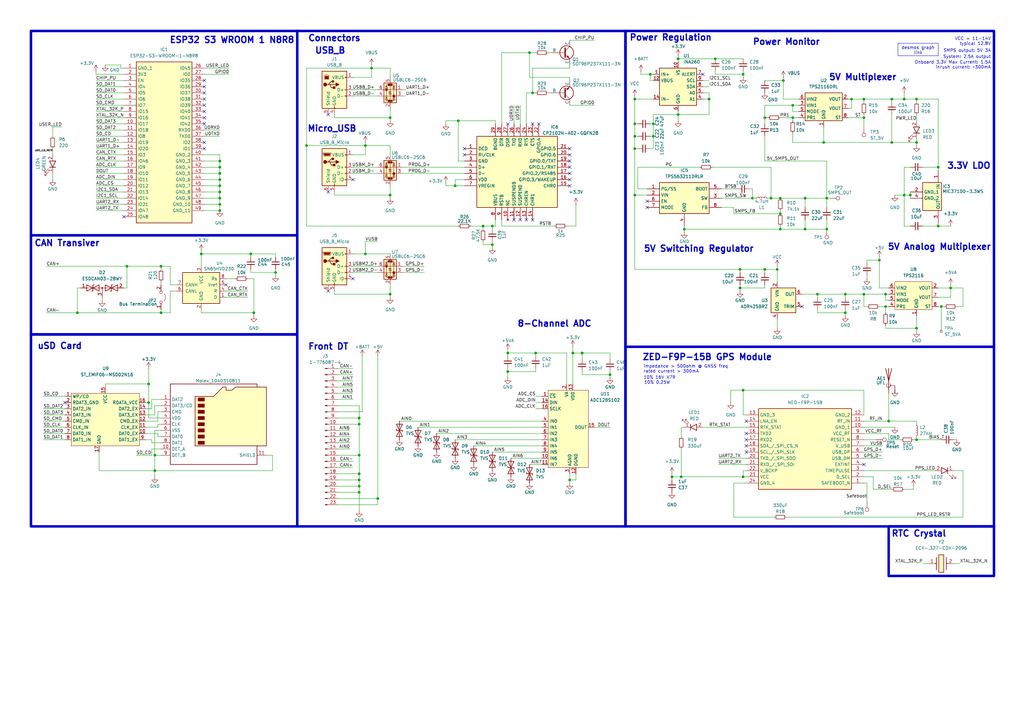
<source format=kicad_sch>
(kicad_sch (version 20250114) (generator "eeschema") (generator_version "9.0")
  (paper "A3")
  (title_block (title "SDM26 Datalogger") (company "Sun Devil Motorsports"))
  (rectangle (start 121.92 12.7) (end 256.54 215.9) (stroke (width 1.016)))
  (rectangle (start 256.54 142.24) (end 407.67 215.9) (stroke (width 1.016)))
  (rectangle (start 256.54 12.7) (end 407.67 142.24) (stroke (width 1.016)))
  (rectangle (start 12.7 137.16) (end 121.92 215.9) (stroke (width 1.016)))
  (rectangle (start 12.7 12.7) (end 121.92 96.52) (stroke (width 1.016)))
  (rectangle (start 364.49 215.9) (end 407.67 236.22) (stroke (width 1.016)))
  (rectangle (start 12.7 96.52) (end 121.92 137.16) (stroke (width 1.016)))
  (text "Power Regulation" (at 258.064 17.018 0) (effects (font (size 2.54 2.54) (thickness 0.512) (bold yes)) (justify left bottom)))
  (text "5V Multiplexer" (at 339.852 33.274 0) (effects (font (size 2.54 2.54) (thickness 0.512) (bold yes)) (justify left bottom)))
  (text "CAN Transiver" (at 13.97 101.346 0) (effects (font (size 2.54 2.54) (thickness 0.512) (bold yes)) (justify left bottom)))
  (text "10% 16V X7R" (at 263.906 155.702 0) (effects (font (size 1.27 1.27)) (justify left bottom)))
  (text "inrush current: ~300mA" (at 406.4 28.448 0) (effects (font (size 1.27 1.27)) (justify right bottom)))
  (text "5V Switching Regulator" (at 263.906 103.632 0) (effects (font (size 2.54 2.54) (thickness 0.512) (bold yes)) (justify left bottom)))
  (text "5V Analog Multiplexer" (at 363.982 102.87 0) (effects (font (size 2.54 2.54) (thickness 0.512) (bold yes)) (justify left bottom)))
  (text "ESP32 S3 WROOM 1 N8R8" (at 120.904 18.034 0) (effects (font (size 2.54 2.54) (thickness 0.512) (bold yes)) (justify right bottom)))
  (text "Power Monitor" (at 308.61 18.796 0) (effects (font (size 2.54 2.54) (thickness 0.512) (bold yes)) (justify left bottom)))
  (text "RTC Crystal" (at 365.506 220.472 0) (effects (font (size 2.54 2.54) (thickness 0.512) (bold yes)) (justify left bottom)))
  (text "Connectors" (at 126.238 17.272 0) (effects (font (size 2.54 2.54) (thickness 0.512) (bold yes)) (justify left bottom)))
  (text "10% 0.25W" (at 264.16 157.734 0) (effects (font (size 1.27 1.27)) (justify left bottom)))
  (text "Micro_USB" (at 125.984 54.356 0) (effects (font (size 2.54 2.54) (thickness 0.512) (bold yes)) (justify left bottom)))
  (text "Onboard 3.3V Max Current: 1.5A" (at 406.4 26.416 0) (effects (font (size 1.27 1.27)) (justify right bottom)))
  (text "impedance > 500ohm @ GNSS freq\nrated current > 300mA" (at 263.906 153.162 0) (effects (font (size 1.27 1.27)) (justify left bottom)))
  (text "Front DT" (at 126.238 143.764 0) (effects (font (size 2.54 2.54) (thickness 0.512) (bold yes)) (justify left bottom)))
  (text "3.3V LDO" (at 388.366 69.596 0) (effects (font (size 2.54 2.54) (thickness 0.512) (bold yes)) (justify left bottom)))
  (text "VCC = 11-14V\ntypical 12.8V" (at 406.4 18.796 0) (effects (font (size 1.27 1.27)) (justify right bottom)))
  (text "USB_B" (at 129.032 22.352 0) (effects (font (size 2.54 2.54) (thickness 0.512) (bold yes)) (justify left bottom)))
  (text "8-Channel ADC" (at 212.09 134.366 0) (effects (font (size 2.54 2.54) (thickness 0.512) (bold yes)) (justify left bottom)))
  (text "uSD Card" (at 15.24 143.51 0) (effects (font (size 2.54 2.54) (thickness 0.512) (bold yes)) (justify left bottom)))
  (text "SMPS output: 5V 3A" (at 406.4 21.59 0) (effects (font (size 1.27 1.27)) (justify right bottom)))
  (text "ZED-F9P-15B GPS Module" (at 263.398 148.082 0) (effects (font (size 2.54 2.54) (thickness 0.512) (bold yes)) (justify left bottom)))
  (text "System: 2.5A output" (at 406.4 24.13 0) (effects (font (size 1.27 1.27)) (justify right bottom)))
  (text_box "desmos graph link" (at 368.3 17.78 0) (size 16.51 5.08) (margins 0.9525 0.9525 0.9525 0.9525) (effects (font (size 1.27 1.27)) (justify top)))
  (junction (at 279.4 195.58))
  (junction (at 373.38 80.01))
  (junction (at 364.49 172.72))
  (junction (at 365.76 58.42))
  (junction (at 147.32 201.93))
  (junction (at 154.94 204.47))
  (junction (at 330.2 81.28))
  (junction (at 234.95 144.78))
  (junction (at 260.35 40.64))
  (junction (at 304.8 160.02))
  (junction (at 363.22 120.65))
  (junction (at 320.04 93.98))
  (junction (at 266.7 30.48))
  (junction (at 386.08 125.73))
  (junction (at 66.04 109.22))
  (junction (at 354.33 48.26))
  (junction (at 186.69 76.2))
  (junction (at 303.53 110.49))
  (junction (at 147.32 194.31))
  (junction (at 313.69 48.26))
  (junction (at 384.81 92.71))
  (junction (at 370.84 40.64))
  (junction (at 82.55 104.14))
  (junction (at 308.61 81.28))
  (junction (at 217.17 21.59))
  (junction (at 113.03 111.76))
  (junction (at 260.35 60.96))
  (junction (at 198.12 92.71))
  (junction (at 233.68 196.85))
  (junction (at 370.84 80.01))
  (junction (at 260.35 80.01))
  (junction (at 260.35 50.8))
  (junction (at 147.32 199.39))
  (junction (at 187.96 49.53))
  (junction (at 102.87 104.14))
  (junction (at 318.77 110.49))
  (junction (at 304.8 30.48))
  (junction (at 290.83 40.64))
  (junction (at 90.17 71.12))
  (junction (at 316.23 81.28))
  (junction (at 147.32 186.69))
  (junction (at 325.12 48.26))
  (junction (at 293.37 24.13))
  (junction (at 346.71 120.65))
  (junction (at 365.76 40.64))
  (junction (at 339.09 81.28))
  (junction (at 267.97 55.88))
  (junction (at 66.04 128.27))
  (junction (at 330.2 93.98))
  (junction (at 275.59 195.58))
  (junction (at 160.02 80.01))
  (junction (at 90.17 76.2))
  (junction (at 375.92 58.42))
  (junction (at 152.4 27.94))
  (junction (at 313.69 110.49))
  (junction (at 63.5 186.69))
  (junction (at 160.02 48.26))
  (junction (at 337.82 58.42))
  (junction (at 208.28 144.78))
  (junction (at 147.32 196.85))
  (junction (at 238.76 144.78))
  (junction (at 31.75 128.27))
  (junction (at 147.32 173.99))
  (junction (at 90.17 68.58))
  (junction (at 90.17 66.04))
  (junction (at 320.04 81.28))
  (junction (at 208.28 152.4))
  (junction (at 104.14 128.27))
  (junction (at 90.17 81.28))
  (junction (at 90.17 73.66))
  (junction (at 218.44 38.1))
  (junction (at 201.93 100.33))
  (junction (at 325.12 43.18))
  (junction (at 60.96 165.1))
  (junction (at 354.33 120.65))
  (junction (at 360.68 106.68))
  (junction (at 321.31 33.02))
  (junction (at 304.8 195.58))
  (junction (at 260.35 55.88))
  (junction (at 363.22 125.73))
  (junction (at 320.04 87.63))
  (junction (at 375.92 134.62))
  (junction (at 149.86 104.14))
  (junction (at 375.92 40.64))
  (junction (at 278.13 46.99))
  (junction (at 90.17 83.82))
  (junction (at 219.71 144.78))
  (junction (at 52.07 109.22))
  (junction (at 250.19 153.67))
  (junction (at 349.25 40.64))
  (junction (at 384.81 68.58))
  (junction (at 375.92 180.34))
  (junction (at 280.67 93.98))
  (junction (at 90.17 86.36))
  (junction (at 267.97 50.8))
  (junction (at 160.02 120.65))
  (junction (at 201.93 92.71))
  (junction (at 149.86 59.69))
  (junction (at 346.71 128.27))
  (junction (at 147.32 171.45))
  (junction (at 303.53 118.11))
  (junction (at 60.96 157.48))
  (junction (at 335.28 120.65))
  (junction (at 354.33 40.64))
  (junction (at 278.13 24.13))
  (junction (at 63.5 193.04))
  (junction (at 339.09 93.98))
  (junction (at 90.17 78.74))
  (junction (at 389.89 118.11))
  (junction (at 125.73 59.69))
  (no_connect (at 83.82 48.26))
  (no_connect (at 208.28 50.8))
  (no_connect (at 83.82 33.02))
  (no_connect (at 83.82 45.72))
  (no_connect (at 306.07 172.72))
  (no_connect (at 218.44 90.17))
  (no_connect (at 328.93 125.73))
  (no_connect (at 213.36 90.17))
  (no_connect (at 306.07 180.34))
  (no_connect (at 306.07 185.42))
  (no_connect (at 83.82 40.64))
  (no_connect (at 233.68 73.66))
  (no_connect (at 83.82 58.42))
  (no_connect (at 233.68 76.2))
  (no_connect (at 26.67 165.1))
  (no_connect (at 354.33 190.5))
  (no_connect (at 233.68 63.5))
  (no_connect (at 233.68 71.12))
  (no_connect (at 265.43 85.09))
  (no_connect (at 134.62 78.74))
  (no_connect (at 215.9 90.17))
  (no_connect (at 83.82 60.96))
  (no_connect (at 134.62 46.99))
  (no_connect (at 83.82 50.8))
  (no_connect (at 83.82 38.1))
  (no_connect (at 50.8 88.9))
  (no_connect (at 83.82 35.56))
  (no_connect (at 210.82 90.17))
  (no_connect (at 218.44 50.8))
  (no_connect (at 144.78 114.3))
  (no_connect (at 144.78 73.66))
  (no_connect (at 288.29 30.48))
  (no_connect (at 134.62 119.38))
  (no_connect (at 306.07 182.88))
  (no_connect (at 83.82 43.18))
  (no_connect (at 190.5 60.96))
  (no_connect (at 92.71 116.84))
  (no_connect (at 306.07 177.8))
  (no_connect (at 233.68 68.58))
  (no_connect (at 233.68 66.04))
  (no_connect (at 220.98 50.8))
  (no_connect (at 233.68 60.96))
  (no_connect (at 265.43 82.55))
  (no_connect (at 190.5 63.5))
  (wire (pts (xy 354.33 195.58) (xy 358.14 195.58)))
  (wire (pts (xy 363.22 125.73) (xy 363.22 128.27)))
  (wire (pts (xy 31.75 118.11) (xy 33.02 118.11)))
  (wire (pts (xy 367.03 161.29) (xy 367.03 160.02)))
  (wire (pts (xy 318.77 130.81) (xy 318.77 134.62)))
  (wire (pts (xy 102.87 104.14) (xy 113.03 104.14)))
  (wire (pts (xy 243.84 175.26) (xy 250.19 175.26)))
  (wire (pts (xy 280.67 93.98) (xy 280.67 92.71)))
  (wire (pts (xy 363.22 123.19) (xy 363.22 120.65)))
  (wire (pts (xy 313.69 43.18) (xy 325.12 43.18)))
  (wire (pts (xy 147.32 173.99) (xy 147.32 186.69)))
  (wire (pts (xy 354.33 40.64) (xy 354.33 41.91)))
  (wire (pts (xy 327.66 40.64) (xy 321.31 40.64)))
  (wire (pts (xy 375.92 58.42) (xy 375.92 59.69)))
  (wire (pts (xy 144.78 104.14) (xy 149.86 104.14)))
  (wire (pts (xy 262.89 30.48) (xy 266.7 30.48)))
  (wire (pts (xy 111.76 186.69) (xy 111.76 193.04)))
  (wire (pts (xy 198.12 100.33) (xy 201.93 100.33)))
  (wire (pts (xy 261.62 55.88) (xy 260.35 55.88)))
  (wire (pts (xy 349.25 40.64) (xy 349.25 44.45)))
  (wire (pts (xy 300.99 212.09) (xy 317.5 212.09)))
  (wire (pts (xy 295.91 81.28) (xy 308.61 81.28)))
  (wire (pts (xy 138.43 151.13) (xy 144.78 151.13)))
  (wire (pts (xy 186.69 180.34) (xy 222.25 180.34)))
  (wire (pts (xy 198.12 92.71) (xy 201.93 92.71)))
  (wire (pts (xy 238.76 153.67) (xy 250.19 153.67)))
  (wire (pts (xy 359.41 180.34) (xy 354.33 180.34)))
  (wire (pts (xy 39.37 66.04) (xy 50.8 66.04)))
  (wire (pts (xy 375.92 172.72) (xy 375.92 173.99)))
  (wire (pts (xy 198.12 99.06) (xy 198.12 100.33)))
  (wire (pts (xy 69.85 109.22) (xy 69.85 116.84)))
  (wire (pts (xy 40.64 193.04) (xy 63.5 193.04)))
  (wire (pts (xy 66.04 116.84) (xy 66.04 115.57)))
  (wire (pts (xy 66.04 166.37) (xy 63.5 166.37)))
  (wire (pts (xy 17.78 162.56) (xy 26.67 162.56)))
  (wire (pts (xy 208.28 152.4) (xy 208.28 154.94)))
  (wire (pts (xy 59.69 167.64) (xy 62.23 167.64)))
  (wire (pts (xy 137.16 80.01) (xy 137.16 78.74)))
  (wire (pts (xy 290.83 38.1) (xy 288.29 38.1)))
  (wire (pts (xy 149.86 104.14) (xy 160.02 104.14)))
  (wire (pts (xy 280.67 93.98) (xy 320.04 93.98)))
  (wire (pts (xy 234.95 144.78) (xy 234.95 157.48)))
  (wire (pts (xy 320.04 86.36) (xy 320.04 87.63)))
  (wire (pts (xy 321.31 33.02) (xy 321.31 40.64)))
  (wire (pts (xy 83.82 68.58) (xy 90.17 68.58)))
  (wire (pts (xy 21.59 60.96) (xy 21.59 63.5)))
  (wire (pts (xy 325.12 48.26) (xy 327.66 48.26)))
  (wire (pts (xy 354.33 120.65) (xy 363.22 120.65)))
  (wire (pts (xy 190.5 66.04) (xy 187.96 66.04)))
  (wire (pts (xy 63.5 166.37) (xy 63.5 170.18)))
  (wire (pts (xy 82.55 104.14) (xy 82.55 109.22)))
  (wire (pts (xy 303.53 118.11) (xy 303.53 119.38)))
  (wire (pts (xy 138.43 181.61) (xy 143.51 181.61)))
  (wire (pts (xy 83.82 76.2) (xy 90.17 76.2)))
  (wire (pts (xy 313.69 66.04) (xy 339.09 66.04)))
  (wire (pts (xy 375.92 134.62) (xy 363.22 134.62)))
  (wire (pts (xy 233.68 31.75) (xy 233.68 33.02)))
  (wire (pts (xy 39.37 35.56) (xy 50.8 35.56)))
  (wire (pts (xy 260.35 80.01) (xy 260.35 110.49)))
  (wire (pts (xy 355.6 125.73) (xy 354.33 125.73)))
  (wire (pts (xy 64.77 179.07) (xy 66.04 179.07)))
  (wire (pts (xy 278.13 46.99) (xy 278.13 49.53)))
  (wire (pts (xy 250.19 152.4) (xy 250.19 153.67)))
  (wire (pts (xy 187.96 49.53) (xy 187.96 66.04)))
  (wire (pts (xy 154.94 207.01) (xy 154.94 204.47)))
  (wire (pts (xy 293.37 24.13) (xy 304.8 24.13)))
  (wire (pts (xy 50.8 27.94) (xy 49.53 27.94)))
  (wire (pts (xy 364.49 180.34) (xy 364.49 177.8)))
  (wire (pts (xy 288.29 35.56) (xy 290.83 35.56)))
  (wire (pts (xy 104.14 128.27) (xy 104.14 129.54)))
  (wire (pts (xy 138.43 189.23) (xy 144.78 189.23)))
  (wire (pts (xy 201.93 99.06) (xy 201.93 100.33)))
  (wire (pts (xy 278.13 45.72) (xy 278.13 46.99)))
  (wire (pts (xy 384.81 68.58) (xy 384.81 69.85)))
  (wire (pts (xy 360.68 125.73) (xy 363.22 125.73)))
  (wire (pts (xy 165.1 36.83) (xy 166.37 36.83)))
  (wire (pts (xy 113.03 111.76) (xy 113.03 113.03)))
  (wire (pts (xy 217.17 190.5) (xy 222.25 190.5)))
  (wire (pts (xy 43.18 158.75) (xy 43.18 157.48)))
  (wire (pts (xy 39.37 55.88) (xy 50.8 55.88)))
  (wire (pts (xy 370.84 68.58) (xy 373.38 68.58)))
  (wire (pts (xy 266.7 33.02) (xy 267.97 33.02)))
  (wire (pts (xy 304.8 160.02) (xy 304.8 170.18)))
  (wire (pts (xy 138.43 194.31) (xy 147.32 194.31)))
  (wire (pts (xy 322.58 212.09) (xy 394.97 212.09)))
  (wire (pts (xy 316.23 81.28) (xy 320.04 81.28)))
  (wire (pts (xy 391.16 231.14) (xy 393.7 231.14)))
  (wire (pts (xy 83.82 81.28) (xy 90.17 81.28)))
  (wire (pts (xy 260.35 80.01) (xy 265.43 80.01)))
  (wire (pts (xy 210.82 50.8) (xy 210.82 43.18)))
  (wire (pts (xy 306.07 193.04) (xy 304.8 193.04)))
  (wire (pts (xy 278.13 24.13) (xy 278.13 25.4)))
  (wire (pts (xy 349.25 40.64) (xy 354.33 40.64)))
  (wire (pts (xy 52.07 109.22) (xy 52.07 118.11)))
  (wire (pts (xy 335.28 128.27) (xy 335.28 127)))
  (wire (pts (xy 304.8 30.48) (xy 304.8 31.75)))
  (wire (pts (xy 288.29 175.26) (xy 306.07 175.26)))
  (wire (pts (xy 365.76 40.64) (xy 370.84 40.64)))
  (wire (pts (xy 17.78 180.34) (xy 26.67 180.34)))
  (wire (pts (xy 370.84 80.01) (xy 370.84 92.71)))
  (wire (pts (xy 39.37 58.42) (xy 50.8 58.42)))
  (wire (pts (xy 375.92 57.15) (xy 375.92 58.42)))
  (wire (pts (xy 138.43 179.07) (xy 143.51 179.07)))
  (wire (pts (xy 137.16 80.01) (xy 160.02 80.01)))
  (wire (pts (xy 138.43 166.37) (xy 147.32 166.37)))
  (wire (pts (xy 219.71 165.1) (xy 222.25 165.1)))
  (wire (pts (xy 125.73 59.69) (xy 149.86 59.69)))
  (wire (pts (xy 325.12 45.72) (xy 327.66 45.72)))
  (wire (pts (xy 186.69 76.2) (xy 190.5 76.2)))
  (wire (pts (xy 109.22 186.69) (xy 111.76 186.69)))
  (wire (pts (xy 355.6 198.12) (xy 355.6 205.74)))
  (wire (pts (xy 39.37 48.26) (xy 50.8 48.26)))
  (wire (pts (xy 125.73 59.69) (xy 125.73 92.71)))
  (wire (pts (xy 233.68 27.94) (xy 233.68 26.67)))
  (wire (pts (xy 39.37 30.48) (xy 50.8 30.48)))
  (wire (pts (xy 260.35 110.49) (xy 303.53 110.49)))
  (wire (pts (xy 384.81 118.11) (xy 389.89 118.11)))
  (wire (pts (xy 63.5 193.04) (xy 111.76 193.04)))
  (wire (pts (xy 354.33 48.26) (xy 354.33 46.99)))
  (wire (pts (xy 138.43 184.15) (xy 143.51 184.15)))
  (wire (pts (xy 290.83 40.64) (xy 290.83 46.99)))
  (wire (pts (xy 149.86 59.69) (xy 149.86 63.5)))
  (wire (pts (xy 375.92 179.07) (xy 375.92 180.34)))
  (wire (pts (xy 275.59 195.58) (xy 275.59 194.31)))
  (wire (pts (xy 233.68 16.51) (xy 243.84 16.51)))
  (wire (pts (xy 306.07 195.58) (xy 304.8 195.58)))
  (wire (pts (xy 304.8 195.58) (xy 304.8 193.04)))
  (wire (pts (xy 113.03 110.49) (xy 113.03 111.76)))
  (wire (pts (xy 64.77 168.91) (xy 64.77 172.72)))
  (wire (pts (xy 325.12 54.61) (xy 325.12 58.42)))
  (wire (pts (xy 194.31 182.88) (xy 222.25 182.88)))
  (wire (pts (xy 370.84 80.01) (xy 367.03 80.01)))
  (wire (pts (xy 375.92 134.62) (xy 375.92 135.89)))
  (wire (pts (xy 138.43 171.45) (xy 147.32 171.45)))
  (wire (pts (xy 303.53 111.76) (xy 303.53 110.49)))
  (wire (pts (xy 160.02 76.2) (xy 160.02 80.01)))
  (wire (pts (xy 160.02 44.45) (xy 160.02 48.26)))
  (wire (pts (xy 138.43 204.47) (xy 154.94 204.47)))
  (wire (pts (xy 365.76 46.99) (xy 365.76 58.42)))
  (wire (pts (xy 147.32 196.85) (xy 147.32 199.39)))
  (wire (pts (xy 144.78 36.83) (xy 154.94 36.83)))
  (wire (pts (xy 62.23 163.83) (xy 66.04 163.83)))
  (wire (pts (xy 394.97 193.04) (xy 394.97 212.09)))
  (wire (pts (xy 92.71 119.38) (xy 101.6 119.38)))
  (wire (pts (xy 102.87 111.76) (xy 113.03 111.76)))
  (wire (pts (xy 40.64 185.42) (xy 40.64 193.04)))
  (wire (pts (xy 83.82 86.36) (xy 90.17 86.36)))
  (wire (pts (xy 66.04 127) (xy 66.04 128.27)))
  (wire (pts (xy 354.33 198.12) (xy 355.6 198.12)))
  (wire (pts (xy 307.34 77.47) (xy 308.61 77.47)))
  (wire (pts (xy 328.93 120.65) (xy 335.28 120.65)))
  (wire (pts (xy 375.92 46.99) (xy 375.92 49.53)))
  (wire (pts (xy 347.98 40.64) (xy 349.25 40.64)))
  (wire (pts (xy 147.32 186.69) (xy 147.32 194.31)))
  (wire (pts (xy 358.14 200.66) (xy 365.76 200.66)))
  (wire (pts (xy 165.1 39.37) (xy 166.37 39.37)))
  (wire (pts (xy 113.03 104.14) (xy 113.03 105.41)))
  (wire (pts (xy 66.04 173.99) (xy 64.77 173.99)))
  (wire (pts (xy 147.32 199.39) (xy 147.32 201.93)))
  (wire (pts (xy 267.97 46.99) (xy 267.97 50.8)))
  (wire (pts (xy 355.6 107.95) (xy 355.6 106.68)))
  (wire (pts (xy 201.93 100.33) (xy 201.93 101.6)))
  (wire (pts (xy 364.49 161.29) (xy 364.49 172.72)))
  (wire (pts (xy 147.32 171.45) (xy 147.32 173.99)))
  (wire (pts (xy 278.13 22.86) (xy 278.13 24.13)))
  (wire (pts (xy 19.05 109.22) (xy 52.07 109.22)))
  (wire (pts (xy 83.82 78.74) (xy 90.17 78.74)))
  (wire (pts (xy 384.81 121.92) (xy 389.89 121.92)))
  (wire (pts (xy 39.37 50.8) (xy 50.8 50.8)))
  (wire (pts (xy 39.37 78.74) (xy 50.8 78.74)))
  (wire (pts (xy 355.6 106.68) (xy 360.68 106.68)))
  (wire (pts (xy 66.04 168.91) (xy 64.77 168.91)))
  (wire (pts (xy 238.76 144.78) (xy 234.95 144.78)))
  (wire (pts (xy 275.59 195.58) (xy 279.4 195.58)))
  (wire (pts (xy 260.35 60.96) (xy 260.35 80.01)))
  (wire (pts (xy 213.36 50.8) (xy 213.36 43.18)))
  (wire (pts (xy 260.35 55.88) (xy 260.35 60.96)))
  (wire (pts (xy 39.37 60.96) (xy 50.8 60.96)))
  (wire (pts (xy 313.69 66.04) (xy 313.69 55.88)))
  (wire (pts (xy 218.44 27.94) (xy 218.44 38.1)))
  (wire (pts (xy 236.22 92.71) (xy 236.22 83.82)))
  (wire (pts (xy 90.17 76.2) (xy 90.17 78.74)))
  (wire (pts (xy 149.86 99.06) (xy 154.94 99.06)))
  (wire (pts (xy 138.43 158.75) (xy 144.78 158.75)))
  (wire (pts (xy 144.78 31.75) (xy 152.4 31.75)))
  (wire (pts (xy 83.82 30.48) (xy 93.98 30.48)))
  (wire (pts (xy 43.18 26.67) (xy 49.53 26.67)))
  (wire (pts (xy 60.96 165.1) (xy 60.96 157.48)))
  (wire (pts (xy 361.95 187.96) (xy 354.33 187.96)))
  (wire (pts (xy 295.91 77.47) (xy 302.26 77.47)))
  (wire (pts (xy 148.59 146.05) (xy 148.59 168.91)))
  (wire (pts (xy 205.74 92.71) (xy 227.33 92.71)))
  (wire (pts (xy 374.65 180.34) (xy 375.92 180.34)))
  (wire (pts (xy 304.8 160.02) (xy 354.33 160.02)))
  (wire (pts (xy 125.73 27.94) (xy 125.73 59.69)))
  (wire (pts (xy 66.04 176.53) (xy 63.5 176.53)))
  (wire (pts (xy 138.43 153.67) (xy 144.78 153.67)))
  (wire (pts (xy 304.8 29.21) (xy 304.8 30.48)))
  (wire (pts (xy 149.86 58.42) (xy 149.86 59.69)))
  (wire (pts (xy 49.53 26.67) (xy 49.53 27.94)))
  (wire (pts (xy 83.82 73.66) (xy 90.17 73.66)))
  (wire (pts (xy 335.28 120.65) (xy 346.71 120.65)))
  (wire (pts (xy 138.43 196.85) (xy 147.32 196.85)))
  (wire (pts (xy 182.88 76.2) (xy 182.88 74.93)))
  (wire (pts (xy 292.1 68.58) (xy 316.23 68.58)))
  (wire (pts (xy 373.38 80.01) (xy 370.84 80.01)))
  (wire (pts (xy 293.37 29.21) (xy 293.37 30.48)))
  (wire (pts (xy 236.22 196.85) (xy 233.68 196.85)))
  (wire (pts (xy 363.22 125.73) (xy 364.49 125.73)))
  (wire (pts (xy 250.19 147.32) (xy 250.19 144.78)))
  (wire (pts (xy 201.93 92.71) (xy 201.93 93.98)))
  (wire (pts (xy 363.22 120.65) (xy 364.49 120.65)))
  (wire (pts (xy 179.07 177.8) (xy 222.25 177.8)))
  (wire (pts (xy 339.09 81.28) (xy 339.09 85.09)))
  (wire (pts (xy 346.71 128.27) (xy 346.71 127)))
  (wire (pts (xy 90.17 66.04) (xy 90.17 68.58)))
  (wire (pts (xy 217.17 21.59) (xy 219.71 21.59)))
  (wire (pts (xy 59.69 180.34) (xy 62.23 180.34)))
  (wire (pts (xy 370.84 40.64) (xy 375.92 40.64)))
  (wire (pts (xy 39.37 33.02) (xy 50.8 33.02)))
  (wire (pts (xy 337.82 52.07) (xy 337.82 58.42)))
  (wire (pts (xy 347.98 48.26) (xy 354.33 48.26)))
  (wire (pts (xy 261.62 50.8) (xy 260.35 50.8)))
  (wire (pts (xy 389.89 118.11) (xy 389.89 116.84)))
  (wire (pts (xy 102.87 111.76) (xy 102.87 110.49)))
  (wire (pts (xy 265.43 77.47) (xy 261.62 77.47)))
  (wire (pts (xy 260.35 50.8) (xy 260.35 55.88)))
  (wire (pts (xy 335.28 120.65) (xy 335.28 121.92)))
  (wire (pts (xy 394.97 118.11) (xy 389.89 118.11)))
  (wire (pts (xy 346.71 129.54) (xy 346.71 128.27)))
  (wire (pts (xy 52.07 109.22) (xy 66.04 109.22)))
  (wire (pts (xy 63.5 176.53) (xy 63.5 186.69)))
  (wire (pts (xy 279.4 179.07) (xy 279.4 175.26)))
  (wire (pts (xy 335.28 128.27) (xy 346.71 128.27)))
  (wire (pts (xy 83.82 66.04) (xy 90.17 66.04)))
  (wire (pts (xy 186.69 73.66) (xy 186.69 76.2)))
  (wire (pts (xy 299.72 160.02) (xy 299.72 165.1)))
  (wire (pts (xy 147.32 194.31) (xy 147.32 196.85)))
  (wire (pts (xy 261.62 77.47) (xy 261.62 68.58)))
  (wire (pts (xy 370.84 68.58) (xy 370.84 80.01)))
  (wire (pts (xy 308.61 77.47) (xy 308.61 81.28)))
  (wire (pts (xy 144.78 109.22) (xy 154.94 109.22)))
  (wire (pts (xy 313.69 48.26) (xy 313.69 50.8)))
  (wire (pts (xy 339.09 81.28) (xy 330.2 81.28)))
  (wire (pts (xy 59.69 175.26) (xy 64.77 175.26)))
  (wire (pts (xy 267.97 50.8) (xy 267.97 55.88)))
  (wire (pts (xy 320.04 48.26) (xy 325.12 48.26)))
  (wire (pts (xy 163.83 172.72) (xy 222.25 172.72)))
  (wire (pts (xy 160.02 59.69) (xy 160.02 63.5)))
  (wire (pts (xy 92.71 121.92) (xy 101.6 121.92)))
  (wire (pts (xy 182.88 49.53) (xy 187.96 49.53)))
  (wire (pts (xy 233.68 27.94) (xy 218.44 27.94)))
  (wire (pts (xy 62.23 186.69) (xy 62.23 184.15)))
  (wire (pts (xy 320.04 93.98) (xy 330.2 93.98)))
  (wire (pts (xy 160.02 81.28) (xy 160.02 80.01)))
  (wire (pts (xy 90.17 78.74) (xy 90.17 81.28)))
  (wire (pts (xy 339.09 90.17) (xy 339.09 93.98)))
  (wire (pts (xy 64.77 173.99) (xy 64.77 175.26)))
  (wire (pts (xy 138.43 156.21) (xy 144.78 156.21)))
  (wire (pts (xy 198.12 93.98) (xy 198.12 92.71)))
  (wire (pts (xy 17.78 170.18) (xy 26.67 170.18)))
  (wire (pts (xy 144.78 71.12) (xy 154.94 71.12)))
  (wire (pts (xy 43.18 157.48) (xy 60.96 157.48)))
  (wire (pts (xy 165.1 71.12) (xy 190.5 71.12)))
  (wire (pts (xy 233.68 196.85) (xy 233.68 198.12)))
  (wire (pts (xy 39.37 76.2) (xy 50.8 76.2)))
  (wire (pts (xy 364.49 118.11) (xy 360.68 118.11)))
  (wire (pts (xy 165.1 68.58) (xy 190.5 68.58)))
  (wire (pts (xy 138.43 176.53) (xy 143.51 176.53)))
  (wire (pts (xy 39.37 43.18) (xy 50.8 43.18)))
  (wire (pts (xy 238.76 147.32) (xy 238.76 144.78)))
  (wire (pts (xy 313.69 111.76) (xy 313.69 110.49)))
  (wire (pts (xy 224.79 38.1) (xy 226.06 38.1)))
  (wire (pts (xy 261.62 60.96) (xy 260.35 60.96)))
  (wire (pts (xy 306.07 170.18) (xy 304.8 170.18)))
  (wire (pts (xy 325.12 48.26) (xy 325.12 49.53)))
  (wire (pts (xy 55.88 186.69) (xy 62.23 186.69)))
  (wire (pts (xy 39.37 45.72) (xy 50.8 45.72)))
  (wire (pts (xy 69.85 128.27) (xy 69.85 119.38)))
  (wire (pts (xy 83.82 83.82) (xy 90.17 83.82)))
  (wire (pts (xy 384.81 92.71) (xy 384.81 91.44)))
  (wire (pts (xy 83.82 63.5) (xy 90.17 63.5)))
  (wire (pts (xy 313.69 43.18) (xy 313.69 48.26)))
  (wire (pts (xy 160.02 116.84) (xy 160.02 120.65)))
  (wire (pts (xy 39.37 40.64) (xy 50.8 40.64)))
  (wire (pts (xy 304.8 30.48) (xy 293.37 30.48)))
  (wire (pts (xy 313.69 118.11) (xy 303.53 118.11)))
  (wire (pts (xy 288.29 33.02) (xy 290.83 33.02)))
  (wire (pts (xy 346.71 120.65) (xy 346.71 121.92)))
  (wire (pts (xy 219.71 162.56) (xy 222.25 162.56)))
  (wire (pts (xy 320.04 87.63) (xy 300.99 87.63)))
  (wire (pts (xy 63.5 193.04) (xy 63.5 195.58)))
  (wire (pts (xy 17.78 172.72) (xy 26.67 172.72)))
  (wire (pts (xy 208.28 151.13) (xy 208.28 152.4)))
  (wire (pts (xy 384.81 40.64) (xy 384.81 68.58)))
  (wire (pts (xy 364.49 123.19) (xy 363.22 123.19)))
  (wire (pts (xy 215.9 38.1) (xy 218.44 38.1)))
  (wire (pts (xy 215.9 50.8) (xy 215.9 38.1)))
  (wire (pts (xy 325.12 43.18) (xy 327.66 43.18)))
  (wire (pts (xy 290.83 40.64) (xy 288.29 40.64)))
  (wire (pts (xy 300.99 198.12) (xy 306.07 198.12)))
  (wire (pts (xy 384.81 92.71) (xy 389.89 92.71)))
  (wire (pts (xy 365.76 58.42) (xy 375.92 58.42)))
  (wire (pts (xy 217.17 31.75) (xy 217.17 21.59)))
  (wire (pts (xy 278.13 24.13) (xy 293.37 24.13)))
  (wire (pts (xy 138.43 191.77) (xy 144.78 191.77)))
  (wire (pts (xy 370.84 38.1) (xy 370.84 40.64)))
  (wire (pts (xy 160.02 27.94) (xy 160.02 31.75)))
  (wire (pts (xy 290.83 38.1) (xy 290.83 40.64)))
  (wire (pts (xy 219.71 144.78) (xy 232.41 144.78)))
  (wire (pts (xy 138.43 163.83) (xy 144.78 163.83)))
  (wire (pts (xy 63.5 186.69) (xy 63.5 193.04)))
  (wire (pts (xy 267.97 55.88) (xy 267.97 60.96)))
  (wire (pts (xy 300.99 198.12) (xy 300.99 212.09)))
  (wire (pts (xy 340.36 81.28) (xy 339.09 81.28)))
  (wire (pts (xy 233.68 31.75) (xy 217.17 31.75)))
  (wire (pts (xy 19.05 128.27) (xy 31.75 128.27)))
  (wire (pts (xy 375.92 40.64) (xy 375.92 41.91)))
  (wire (pts (xy 69.85 119.38) (xy 72.39 119.38)))
  (wire (pts (xy 193.04 92.71) (xy 198.12 92.71)))
  (wire (pts (xy 313.69 33.02) (xy 321.31 33.02)))
  (wire (pts (xy 90.17 68.58) (xy 90.17 71.12)))
  (wire (pts (xy 160.02 121.92) (xy 160.02 120.65)))
  (wire (pts (xy 260.35 40.64) (xy 260.35 50.8)))
  (wire (pts (xy 186.69 73.66) (xy 190.5 73.66)))
  (wire (pts (xy 82.55 102.87) (xy 82.55 104.14)))
  (wire (pts (xy 83.82 27.94) (xy 93.98 27.94)))
  (wire (pts (xy 39.37 68.58) (xy 50.8 68.58)))
  (wire (pts (xy 82.55 128.27) (xy 82.55 127)))
  (wire (pts (xy 101.6 114.3) (xy 104.14 114.3)))
  (wire (pts (xy 138.43 161.29) (xy 144.78 161.29)))
  (wire (pts (xy 165.1 111.76) (xy 173.99 111.76)))
  (wire (pts (xy 66.04 109.22) (xy 69.85 109.22)))
  (wire (pts (xy 373.38 78.74) (xy 373.38 80.01)))
  (wire (pts (xy 138.43 168.91) (xy 148.59 168.91)))
  (wire (pts (xy 308.61 81.28) (xy 309.88 81.28)))
  (wire (pts (xy 59.69 170.18) (xy 63.5 170.18)))
  (wire (pts (xy 266.7 50.8) (xy 267.97 50.8)))
  (wire (pts (xy 358.14 195.58) (xy 358.14 200.66)))
  (wire (pts (xy 31.75 118.11) (xy 31.75 128.27)))
  (wire (pts (xy 346.71 120.65) (xy 354.33 120.65)))
  (wire (pts (xy 66.04 171.45) (xy 60.96 171.45)))
  (wire (pts (xy 144.78 111.76) (xy 154.94 111.76)))
  (wire (pts (xy 104.14 114.3) (xy 104.14 128.27)))
  (wire (pts (xy 330.2 90.17) (xy 330.2 93.98)))
  (wire (pts (xy 201.93 92.71) (xy 203.2 92.71)))
  (wire (pts (xy 314.96 81.28) (xy 316.23 81.28)))
  (wire (pts (xy 364.49 177.8) (xy 354.33 177.8)))
  (wire (pts (xy 364.49 180.34) (xy 369.57 180.34)))
  (wire (pts (xy 83.82 55.88) (xy 90.17 55.88)))
  (wire (pts (xy 365.76 40.64) (xy 365.76 41.91)))
  (wire (pts (xy 52.07 118.11) (xy 50.8 118.11)))
  (wire (pts (xy 21.59 55.88) (xy 21.59 52.07)))
  (wire (pts (xy 266.7 60.96) (xy 267.97 60.96)))
  (wire (pts (xy 64.77 177.8) (xy 64.77 179.07)))
  (wire (pts (xy 203.2 49.53) (xy 187.96 49.53)))
  (wire (pts (xy 152.4 27.94) (xy 160.02 27.94)))
  (wire (pts (xy 330.2 81.28) (xy 330.2 85.09)))
  (wire (pts (xy 138.43 201.93) (xy 147.32 201.93)))
  (wire (pts (xy 218.44 38.1) (xy 219.71 38.1)))
  (wire (pts (xy 375.92 180.34) (xy 386.08 180.34)))
  (wire (pts (xy 152.4 27.94) (xy 125.73 27.94)))
  (wire (pts (xy 82.55 104.14) (xy 102.87 104.14)))
  (wire (pts (xy 260.35 40.64) (xy 267.97 40.64)))
  (wire (pts (xy 354.33 125.73) (xy 354.33 120.65)))
  (wire (pts (xy 354.33 193.04) (xy 383.54 193.04)))
  (wire (pts (xy 203.2 92.71) (xy 203.2 90.17)))
  (wire (pts (xy 300.99 87.63) (xy 300.99 85.09)))
  (wire (pts (xy 219.71 151.13) (xy 219.71 152.4)))
  (wire (pts (xy 233.68 194.31) (xy 233.68 196.85)))
  (wire (pts (xy 31.75 128.27) (xy 66.04 128.27)))
  (wire (pts (xy 208.28 144.78) (xy 208.28 143.51)))
  (wire (pts (xy 313.69 116.84) (xy 313.69 118.11)))
  (wire (pts (xy 299.72 160.02) (xy 304.8 160.02)))
  (wire (pts (xy 83.82 53.34) (xy 90.17 53.34)))
  (wire (pts (xy 355.6 113.03) (xy 355.6 114.3)))
  (wire (pts (xy 205.74 21.59) (xy 205.74 50.8)))
  (wire (pts (xy 290.83 46.99) (xy 278.13 46.99)))
  (wire (pts (xy 208.28 152.4) (xy 219.71 152.4)))
  (wire (pts (xy 261.62 68.58) (xy 287.02 68.58)))
  (wire (pts (xy 137.16 120.65) (xy 160.02 120.65)))
  (wire (pts (xy 233.68 43.18) (xy 243.84 43.18)))
  (wire (pts (xy 102.87 104.14) (xy 102.87 105.41)))
  (wire (pts (xy 386.08 125.73) (xy 386.08 135.89)))
  (wire (pts (xy 354.33 185.42) (xy 361.95 185.42)))
  (wire (pts (xy 39.37 53.34) (xy 50.8 53.34)))
  (wire (pts (xy 279.4 175.26) (xy 280.67 175.26)))
  (wire (pts (xy 39.37 81.28) (xy 50.8 81.28)))
  (wire (pts (xy 144.78 39.37) (xy 154.94 39.37)))
  (wire (pts (xy 354.33 170.18) (xy 354.33 160.02)))
  (wire (pts (xy 354.33 172.72) (xy 364.49 172.72)))
  (wire (pts (xy 384.81 92.71) (xy 378.46 92.71)))
  (wire (pts (xy 294.64 190.5) (xy 306.07 190.5)))
  (wire (pts (xy 386.08 125.73) (xy 387.35 125.73)))
  (wire (pts (xy 182.88 76.2) (xy 186.69 76.2)))
  (wire (pts (xy 205.74 92.71) (xy 205.74 90.17)))
  (wire (pts (xy 318.77 109.22) (xy 318.77 110.49)))
  (wire (pts (xy 138.43 207.01) (xy 154.94 207.01)))
  (wire (pts (xy 39.37 29.21) (xy 39.37 30.48)))
  (wire (pts (xy 224.79 21.59) (xy 226.06 21.59)))
  (wire (pts (xy 82.55 128.27) (xy 104.14 128.27)))
  (wire (pts (xy 318.77 110.49) (xy 318.77 115.57)))
  (wire (pts (xy 160.02 49.53) (xy 160.02 48.26)))
  (wire (pts (xy 147.32 201.93) (xy 147.32 209.55)))
  (wire (pts (xy 62.23 181.61) (xy 62.23 180.34)))
  (wire (pts (xy 90.17 81.28) (xy 90.17 83.82)))
  (wire (pts (xy 378.46 231.14) (xy 381 231.14)))
  (wire (pts (xy 90.17 83.82) (xy 90.17 86.36)))
  (wire (pts (xy 236.22 194.31) (xy 236.22 196.85)))
  (wire (pts (xy 138.43 186.69) (xy 147.32 186.69)))
  (wire (pts (xy 337.82 58.42) (xy 365.76 58.42)))
  (wire (pts (xy 92.71 114.3) (xy 96.52 114.3)))
  (wire (pts (xy 59.69 177.8) (xy 64.77 177.8)))
  (wire (pts (xy 66.04 128.27) (xy 69.85 128.27)))
  (wire (pts (xy 137.16 48.26) (xy 137.16 46.99)))
  (wire (pts (xy 232.41 92.71) (xy 236.22 92.71)))
  (wire (pts (xy 313.69 48.26) (xy 314.96 48.26)))
  (wire (pts (xy 219.71 144.78) (xy 219.71 146.05)))
  (wire (pts (xy 266.7 30.48) (xy 266.7 33.02)))
  (wire (pts (xy 347.98 44.45) (xy 349.25 44.45)))
  (wire (pts (xy 234.95 142.24) (xy 234.95 144.78)))
  (wire (pts (xy 39.37 73.66) (xy 50.8 73.66)))
  (wire (pts (xy 354.33 175.26) (xy 367.03 175.26)))
  (wire (pts (xy 152.4 26.67) (xy 152.4 27.94)))
  (wire (pts (xy 374.65 200.66) (xy 374.65 199.39)))
  (wire (pts (xy 59.69 172.72) (xy 64.77 172.72)))
  (wire (pts (xy 354.33 182.88) (xy 361.95 182.88)))
  (wire (pts (xy 39.37 83.82) (xy 50.8 83.82)))
  (wire (pts (xy 17.78 167.64) (xy 26.67 167.64)))
  (wire (pts (xy 209.55 187.96) (xy 222.25 187.96)))
  (wire (pts (xy 144.78 63.5) (xy 149.86 63.5)))
  (wire (pts (xy 147.32 166.37) (xy 147.32 171.45)))
  (wire (pts (xy 39.37 86.36) (xy 50.8 86.36)))
  (wire (pts (xy 41.91 121.92) (xy 41.91 123.19)))
  (wire (pts (xy 205.74 21.59) (xy 217.17 21.59)))
  (wire (pts (xy 360.68 118.11) (xy 360.68 106.68)))
  (wire (pts (xy 165.1 109.22) (xy 173.99 109.22)))
  (wire (pts (xy 90.17 63.5) (xy 90.17 66.04)))
  (wire (pts (xy 300.99 85.09) (xy 295.91 85.09)))
  (wire (pts (xy 303.53 110.49) (xy 313.69 110.49)))
  (wire (pts (xy 303.53 116.84) (xy 303.53 118.11)))
  (wire (pts (xy 373.38 92.71) (xy 370.84 92.71)))
  (wire (pts (xy 354.33 40.64) (xy 365.76 40.64)))
  (wire (pts (xy 279.4 195.58) (xy 304.8 195.58)))
  (wire (pts (xy 316.23 68.58) (xy 316.23 81.28)))
  (wire (pts (xy 149.86 99.06) (xy 149.86 104.14)))
  (wire (pts (xy 69.85 116.84) (xy 72.39 116.84)))
  (wire (pts (xy 201.93 185.42) (xy 222.25 185.42)))
  (wire (pts (xy 17.78 177.8) (xy 26.67 177.8)))
  (wire (pts (xy 262.89 30.48) (xy 262.89 29.21)))
  (wire (pts (xy 389.89 118.11) (xy 389.89 121.92)))
  (wire (pts (xy 137.16 48.26) (xy 160.02 48.26)))
  (wire (pts (xy 171.45 175.26) (xy 222.25 175.26)))
  (wire (pts (xy 275.59 195.58) (xy 275.59 196.85)))
  (wire (pts (xy 354.33 52.07) (xy 354.33 48.26)))
  (wire (pts (xy 339.09 66.04) (xy 339.09 81.28)))
  (wire (pts (xy 363.22 134.62) (xy 363.22 133.35)))
  (wire (pts (xy 39.37 63.5) (xy 50.8 63.5)))
  (wire (pts (xy 320.04 92.71) (xy 320.04 93.98)))
  (wire (pts (xy 384.81 68.58) (xy 378.46 68.58)))
  (wire (pts (xy 62.23 163.83) (xy 62.23 167.64)))
  (wire (pts (xy 182.88 49.53) (xy 182.88 50.8)))
  (wire (pts (xy 208.28 146.05) (xy 208.28 144.78)))
  (wire (pts (xy 330.2 93.98) (xy 339.09 93.98)))
  (wire (pts (xy 375.92 129.54) (xy 375.92 134.62)))
  (wire (pts (xy 260.35 39.37) (xy 260.35 40.64)))
  (wire (pts (xy 66.04 109.22) (xy 66.04 110.49)))
  (wire (pts (xy 375.92 40.64) (xy 384.81 40.64)))
  (wire (pts (xy 90.17 71.12) (xy 90.17 73.66)))
  (wire (pts (xy 60.96 157.48) (xy 60.96 151.13)))
  (wire (pts (xy 280.67 95.25) (xy 280.67 93.98)))
  (wire (pts (xy 394.97 193.04) (xy 391.16 193.04)))
  (wire (pts (xy 370.84 200.66) (xy 374.65 200.66)))
  (wire (pts (xy 149.86 59.69) (xy 160.02 59.69)))
  (wire (pts (xy 219.71 167.64) (xy 222.25 167.64)))
  (wire (pts (xy 321.31 31.75) (xy 321.31 33.02)))
  (wire (pts (xy 39.37 71.12) (xy 50.8 71.12)))
  (wire (pts (xy 392.43 125.73) (xy 394.97 125.73)))
  (wire (pts (xy 125.73 92.71) (xy 187.96 92.71)))
  (wire (pts (xy 375.92 172.72) (xy 364.49 172.72)))
  (wire (pts (xy 266.7 55.88) (xy 267.97 55.88)))
  (wire (pts (xy 21.59 52.07) (xy 25.4 52.07)))
  (wire (pts (xy 203.2 49.53) (xy 203.2 50.8)))
  (wire (pts (xy 384.81 125.73) (xy 386.08 125.73)))
  (wire (pts (xy 325.12 43.18) (xy 325.12 45.72)))
  (wire (pts (xy 267.97 46.99) (xy 278.13 46.99)))
  (wire (pts (xy 60.96 171.45) (xy 60.96 165.1)))
  (wire (pts (xy 219.71 144.78) (xy 208.28 144.78)))
  (wire (pts (xy 320.04 81.28) (xy 330.2 81.28)))
  (wire (pts (xy 83.82 71.12) (xy 90.17 71.12)))
  (wire (pts (xy 250.19 153.67) (xy 250.19 154.94)))
  (wire (pts (xy 360.68 106.68) (xy 360.68 105.41)))
  (wire (pts (xy 325.12 58.42) (xy 337.82 58.42)))
  (wire (pts (xy 232.41 157.48) (xy 232.41 144.78)))
  (wire (pts (xy 62.23 184.15) (xy 66.04 184.15)))
  (wire (pts (xy 59.69 165.1) (xy 60.96 165.1)))
  (wire (pts (xy 90.17 73.66) (xy 90.17 76.2)))
  (wire (pts (xy 266.7 30.48) (xy 267.97 30.48)))
  (wire (pts (xy 313.69 110.49) (xy 318.77 110.49)))
  (wire (pts (xy 391.16 180.34) (xy 392.43 180.34)))
  (wire (pts (xy 17.78 175.26) (xy 26.67 175.26)))
  (wire (pts (xy 138.43 173.99) (xy 147.32 173.99)))
  (wire (pts (xy 238.76 152.4) (xy 238.76 153.67)))
  (wire (pts (xy 154.94 146.05) (xy 154.94 204.47)))
  (wire (pts (xy 394.97 125.73) (xy 394.97 118.11)))
  (wire (pts (xy 39.37 38.1) (xy 50.8 38.1)))
  (wire (pts (xy 137.16 120.65) (xy 137.16 119.38)))
  (wire (pts (xy 66.04 181.61) (xy 62.23 181.61)))
  (wire (pts (xy 373.38 80.01) (xy 373.38 81.28)))
  (wire (pts (xy 294.64 187.96) (xy 306.07 187.96)))
  (wire (pts (xy 152.4 27.94) (xy 152.4 31.75)))
  (wire (pts (xy 279.4 184.15) (xy 279.4 195.58)))
  (wire (pts (xy 63.5 186.69) (xy 66.04 186.69)))
  (wire (pts (xy 250.19 144.78) (xy 238.76 144.78)))
  (wire (pts (xy 144.78 68.58) (xy 154.94 68.58)))
  (wire (pts (xy 21.59 71.12) (xy 21.59 73.66)))
  (wire (pts (xy 138.43 199.39) (xy 147.32 199.39)))
  (label "AIN2" (at 184.15 177.8 180))
  (label "SD_CLK" (at 17.78 175.26 0))
  (label "GPS_D+" (at 173.99 109.22 180))
  (label "U0TXD" (at 90.17 55.88 180))
  (label "SD_CMD" (at 39.37 43.18 0))
  (label "CAN_RTX" (at 39.37 66.04 0))
  (label "CAN+" (at 144.78 191.77 180))
  (label "USBM2_D+" (at 154.94 109.22 180))
  (label "AIN6" (at 214.63 187.96 180))
  (label "ADC_DIN" (at 219.71 165.1 180))
  (label "PPS_LED" (at 383.54 193.04 180))
  (label "PWR_LED" (at 375.92 49.53 180))
  (label "CAN-" (at 19.05 128.27 0))
  (label "USBM2_D-" (at 154.94 111.76 180))
  (label "SD_CD" (at 17.78 162.56 0))
  (label "5V_SMPS_OUT" (at 327.66 66.04 180))
  (label "CAN-" (at 144.78 189.23 180))
  (label "SD_DAT3" (at 17.78 170.18 0))
  (label "CAN_RTX" (at 101.6 121.92 180))
  (label "SD_DAT3" (at 39.37 50.8 0))
  (label "BTSB" (at 297.18 77.47 0))
  (label "USBM_D-" (at 153.67 71.12 180))
  (label "PROG_D+" (at 176.53 68.58 180))
  (label "CAN-" (at 144.78 151.13 180))
  (label "AIN1" (at 144.78 163.83 180))
  (label "UART2_RX" (at 39.37 83.82 0))
  (label "AIN3" (at 191.77 180.34 180))
  (label "DOUT" (at 250.19 175.26 180))
  (label "XTAL_32K_N" (at 393.7 231.14 0))
  (label "PPS_LED_RSTR" (at 389.89 212.09 180))
  (label "SD_DAT0" (at 39.37 38.1 0))
  (label "SMPS_SW" (at 297.18 81.28 0))
  (label "AIN4" (at 143.51 179.07 180))
  (label "U0RXD" (at 90.17 53.34 180))
  (label "GPS_D+" (at 361.95 185.42 180))
  (label "DOUT" (at 39.37 71.12 0))
  (label "SMPS_FB" (at 309.88 87.63 180))
  (label "GPIO0" (at 243.84 43.18 180))
  (label "VCC_RF" (at 361.95 177.8 180))
  (label "I2C1_SCL" (at 39.37 81.28 0))
  (label "UART1_D+" (at 166.37 36.83 0))
  (label "SD_DAT0" (at 17.78 177.8 0))
  (label "AIN4" (at 199.39 182.88 180))
  (label "CAN_CTX" (at 101.6 119.38 180))
  (label "Safeboot" (at 355.6 204.47 180))
  (label "SD_DAT1" (at 17.78 180.34 0))
  (label "ADC_CLK" (at 219.71 167.64 180))
  (label "AIN6" (at 143.51 176.53 180))
  (label "SD_DAT2" (at 17.78 167.64 0))
  (label "SD_CD" (at 55.88 186.69 0))
  (label "SD_DAT1" (at 39.37 35.56 0))
  (label "AIN7" (at 222.25 190.5 180))
  (label "GPS_D-" (at 361.95 187.96 180))
  (label "UART2_TX" (at 39.37 86.36 0))
  (label "AIN7" (at 144.78 156.21 180))
  (label "CAN_CTX" (at 39.37 63.5 0))
  (label "CAN+" (at 144.78 153.67 180))
  (label "SD_CLK" (at 39.37 40.64 0))
  (label "I2C1_SDA" (at 290.83 35.56 0))
  (label "PROG_D-" (at 176.53 71.12 180))
  (label "ADC_CS" (at 39.37 76.2 0))
  (label "USBB_D+" (at 153.67 36.83 180))
  (label "GPIO0" (at 93.98 30.48 180))
  (label "UART1_D-" (at 39.37 58.42 0))
  (label "PG" (at 275.59 68.58 180))
  (label "GPS_D-" (at 173.99 111.76 180))
  (label "AIN2" (at 143.51 181.61 180))
  (label "CHIP_PU" (at 39.37 33.02 0))
  (label "USER_LED" (at 25.4 52.07 180))
  (label "USR_LED_RSTR" (at 21.59 62.23 180) (effects (font (size 0.65 0.65))))
  (label "CAN+" (at 19.05 109.22 0))
  (label "USBM_D+" (at 153.67 68.58 180))
  (label "I2C1_SDA" (at 39.37 78.74 0))
  (label "UART1_D+" (at 39.37 60.96 0))
  (label "USER_LED" (at 93.98 27.94 180))
  (label "ADC_CLK" (at 39.37 68.58 0))
  (label "UART2_RX" (at 294.64 190.5 0))
  (label "VUSB" (at 361.95 182.88 180))
  (label "CHIP_PU" (at 243.84 16.51 180))
  (label "D_SEL" (at 365.76 200.66 180))
  (label "ADC_DIN" (at 39.37 73.66 0))
  (label "XTAL_32K_N" (at 39.37 48.26 0))
  (label "RSTB" (at 226.06 92.71 180))
  (label "SD_DAT2" (at 39.37 53.34 0))
  (label "U0RXD" (at 210.82 43.18 270))
  (label "BIAS_T" (at 381 180.34 0))
  (label "AIN0" (at 143.51 184.15 180))
  (label "AIN3" (at 144.78 161.29 180))
  (label "RF_IN" (at 361.95 172.72 180))
  (label "UART2_TX" (at 294.64 187.96 0))
  (label "AIN0" (at 168.91 172.72 180))
  (label "VUSB" (at 154.94 99.06 180))
  (label "AIN1" (at 176.53 175.26 180))
  (label "AIN5" (at 144.78 158.75 180))
  (label "AIN5" (at 207.01 185.42 180))
  (label "SD_CD" (at 39.37 55.88 0))
  (label "SD_CMD" (at 17.78 172.72 0))
  (label "RTK_STAT" (at 299.72 175.26 180))
  (label "USBB_D-" (at 153.67 39.37 180))
  (label "ST" (at 353.06 48.26 180))
  (label "XTAL_32K_P" (at 39.37 45.72 0))
  (label "I2C1_SCL" (at 290.83 33.02 0))
  (label "U0TXD" (at 213.36 43.18 270))
  (label "UART1_D-" (at 166.37 39.37 0))
  (label "PR1" (at 323.85 48.26 180))
  (label "XTAL_32K_P" (at 378.46 231.14 180))
  (label "ADC_CS" (at 219.71 162.56 180))
  (symbol (lib_id "Device:D_TVS") (at 179.07 181.61 90) (unit 1)
    (property "Reference" "D8" (at 181.61 180.3399 90) (effects (justify right)))
    (property "Value" "TVS" (at 181.61 182.8799 90) (effects (justify right)))
    (property "Footprint" "Diode_SMD:D_SOD-323" (effects (hide yes)))
  )
  (symbol (lib_id "power:GND") (at 367.03 175.26 0) (unit 1)
    (property "Reference" "#PWR022" (effects (hide yes)))
    (property "Value" "GND" (at 367.03 179.324 0))
    (property "Description" "Power symbol creates a global label with name \"GND\" , ground" (effects (hide yes)))
  )
  (symbol (lib_id "power:GND") (at 303.53 119.38 0) (unit 1)
    (property "Reference" "#PWR040" (effects (hide yes)))
    (property "Value" "GND" (at 303.53 123.19 0))
  )
  (symbol (lib_id "Device:C_Small") (at 293.37 26.67 0) (unit 1)
    (property "Reference" "C26" (at 295.91 25.4063 0) (effects (justify left)))
    (property "Value" "100nF" (at 295.91 27.9463 0) (effects (justify left)))
    (property "Footprint" "Capacitor_SMD:C_0603_1608Metric" (effects (hide yes)))
  )
  (symbol (lib_id "CrystalOscillators:ECX-.327-CDX-2096") (at 381 231.14 0) (unit 1)
    (property "Reference" "Y2" (at 386.08 222.25 0))
    (property "Value" "ECX-.327-CDX-2096" (at 386.08 224.79 0))
    (property "Footprint" "ECX327CDX2096" (effects (hide yes)))
    (property "Datasheet" "https://ecsxtal.com/store/pdf/ECX-.327-CDX-2096.pdf" (effects (hide yes)))
    (property "Description" "Crystals CRYSTAL 32.768 kHZ 12.5 PF SMD, ESR 50K Ohms, +/-5ppm Tolerance -40 C +85 C, 3.2 x 1.5 uw Max +/- 3 ppm 1st Year Aging Max" (effects (hide yes)))
    (property "Height" "0.9" (effects (hide yes)))
    (property "Mouser Part Number" "520-X-.327-CDX2096" (effects (hide yes)))
    (property "Mouser Price/Stock" "https://www.mouser.co.uk/ProductDetail/ECS/ECX-.327-CDX-2096?qs=zW32dvEIR3t11RcE3dxOsQ%3D%3D" (effects (hide yes)))
    (property "Manufacturer_Name" "ECS" (effects (hide yes)))
    (property "Manufacturer_Part_Number" "ECX-.327-CDX-2096" (effects (hide yes)))
  )
  (symbol (lib_id "Device:R_Small") (at 358.14 125.73 90) (unit 1)
    (property "Reference" "R8" (at 358.14 130.81 90))
    (property "Value" "10k" (at 358.14 128.27 90))
    (property "Footprint" "Resistor_SMD:R_0402_1005Metric" (effects (hide yes)))
  )
  (symbol (lib_id "power:+5VA") (at 208.28 143.51 0) (unit 1)
    (property "Reference" "#PWR056" (effects (hide yes)))
    (property "Value" "+5VA" (at 208.28 139.7 0))
  )
  (symbol (lib_name "SSF-LXH100LID-01_1") (lib_id "LEDs:SSF-LXH100LID-01") (at 278.13 175.26 0) (unit 1)
    (property "Reference" "LED1" (at 284.734 169.164 0))
    (property "Value" "RED" (at 284.734 171.704 0))
    (property "Footprint" "SSFLXH100LID01" (effects (hide yes)))
    (property "Datasheet" "https://www.lumex.com/spec/SSF-LXH100LID.pdf" (effects (hide yes)))
    (property "Description" "LED Circuit Board Indicator LED Circuit Board Indicator Single Red Diffused, Tinted 2V 20mA Round with Domed Top 5mm, T-1 3/4 Through Hole, Right Angle" (effects (hide yes)))
    (property "Height" "6.25" (effects (hide yes)))
    (property "Mouser Part Number" "696-SSFLXH100LID01" (effects (hide yes)))
    (property "Mouser Price/Stock" "https://www.mouser.co.uk/ProductDetail/Lumex/SSF-LXH100LID-01?qs=C88QikXmxo6L7xvMs1ej%252BA%3D%3D" (effects (hide yes)))
    (property "Manufacturer_Name" "Lumex" (effects (hide yes)))
    (property "Manufacturer_Part_Number" "SSF-LXH100LID-01" (effects (hide yes)))
  )
  (symbol (lib_id "Device:C_Small") (at 388.62 180.34 90) (unit 1)
    (property "Reference" "C38" (at 387.9913 177.8 0) (effects (justify left)))
    (property "Value" "100nF" (at 390.398 178.308 0) (effects (justify left)))
    (property "Footprint" "Capacitor_SMD:C_0603_1608Metric" (effects (hide yes)))
  )
  (symbol (lib_id "Device:L_Small") (at 375.92 176.53 0) (unit 1)
    (property "Reference" "L2" (at 377.19 175.2599 0) (effects (justify left)))
    (property "Value" "27nH" (at 377.19 177.7999 0) (effects (justify left)))
    (property "Footprint" "Inductor_SMD:L_0402_1005Metric" (effects (hide yes)))
  )
  (symbol (lib_id "Device:R_Small") (at 368.3 200.66 90) (mirror x) (unit 1)
    (property "Reference" "R17" (at 368.3 198.628 90))
    (property "Value" "10k" (at 368.3 196.088 90))
    (property "Footprint" "Resistor_SMD:R_0603_1608Metric" (effects (hide yes)))
  )
  (symbol (lib_id "Device:C_Small") (at 275.59 199.39 0) (mirror x) (unit 1)
    (property "Reference" "C37" (at 278.13 200.0187 0) (effects (justify left)))
    (property "Value" "1uF" (at 278.13 197.4787 0) (effects (justify left)))
    (property "Footprint" "Capacitor_SMD:C_0603_1608Metric" (effects (hide yes)))
  )
  (symbol (lib_id "Device:D_TVS") (at 217.17 194.31 90) (unit 1)
    (property "Reference" "D13" (at 219.71 193.0399 90) (effects (justify right)))
    (property "Value" "TVS" (at 219.71 195.5799 90) (effects (justify right)))
    (property "Footprint" "Diode_SMD:D_SOD-323" (effects (hide yes)))
  )
  (symbol (lib_id "Device:D_TVS") (at 209.55 191.77 90) (unit 1)
    (property "Reference" "D12" (at 212.09 190.4999 90) (effects (justify right)))
    (property "Value" "TVS" (at 212.09 193.0399 90) (effects (justify right)))
    (property "Footprint" "Diode_SMD:D_SOD-323" (effects (hide yes)))
  )
  (symbol (lib_id "power:GND") (at 41.91 123.19 0) (unit 1)
    (property "Reference" "#PWR032" (effects (hide yes)))
    (property "Value" "GND" (at 41.91 127.254 0))
    (property "Description" "Power symbol creates a global label with name \"GND\" , ground" (effects (hide yes)))
  )
  (symbol (lib_id "Reference_Voltage:ADR425ARMZ") (at 321.31 123.19 0) (unit 1)
    (property "Reference" "U3" (at 314.96 123.19 0) (effects (justify right)))
    (property "Value" "ADR425BRZ" (at 314.96 125.73 0) (effects (justify right)))
    (property "Footprint" "Package_SO:SOIC-8_3.9x4.9mm_P1.27mm" (effects (hide yes)))
    (property "Datasheet" "https://www.analog.com/media/en/technical-documentation/data-sheets/adr420_421_423_425.pdf" (effects (hide yes)))
  )
  (symbol (lib_id "VoltageRegulators:TPS563211DRLR") (at 265.43 77.47 0) (unit 1)
    (property "Reference" "IC5" (at 280.67 69.85 0))
    (property "Value" "TPS563211DRLR" (at 280.67 72.39 0))
    (property "Footprint" "SOTFL50P160X60-8N" (effects (hide yes)))
    (property "Datasheet" "https://www.ti.com/lit/ds/symlink/tps563211.pdf?ts=1645757213422" (effects (hide yes)))
    (property "Description" "Switching Voltage Regulators 4.2-V to 18-V, 3-A, synchronous buck converter with 1% accuracy, PG/SS and PFM/forced-PWM in SOT583" (effects (hide yes)))
    (property "Height" "0.6" (effects (hide yes)))
    (property "Mouser Part Number" "595-TPS563211DRLR" (effects (hide yes)))
    (property "Mouser Price/Stock" "https://www.mouser.co.uk/ProductDetail/Texas-Instruments/TPS563211DRLR?qs=QNEnbhJQKvZPf9yhsNn8pg%3D%3D" (effects (hide yes)))
    (property "Manufacturer_Name" "Texas Instruments" (effects (hide yes)))
    (property "Manufacturer_Part_Number" "TPS563211DRLR" (effects (hide yes)))
  )
  (symbol (lib_id "VoltageRegulators:MIC37100-3.3WS") (at 383.54 69.85 270) (unit 1)
    (property "Reference" "IC3" (at 388.112 76.454 90))
    (property "Value" "MIC37100-3.3WS" (at 394.97 78.486 90))
    (property "Footprint" "SOT230P700X180-4N" (effects (hide yes)))
    (property "Datasheet" "https://datasheet.datasheetarchive.com/originals/dk/DKDS-15/281099.pdf" (effects (hide yes)))
    (property "Description" "LDO Voltage Regulators 1.0A Low Voltage uCap LDO Regulator" (effects (hide yes)))
    (property "Height" "1.8" (effects (hide yes)))
    (property "Mouser Part Number" "998-MIC37100-3.3WS" (effects (hide yes)))
    (property "Mouser Price/Stock" "https://www.mouser.co.uk/ProductDetail/Microchip-Technology/MIC37100-3.3WS?qs=kh6iOki%2FeLGN%252BjivEzt6Eg%3D%3D" (effects (hide yes)))
    (property "Manufacturer_Name" "Microchip" (effects (hide yes)))
    (property "Manufacturer_Part_Number" "MIC37100-3.3WS" (effects (hide yes)))
  )
  (symbol (lib_id "power:+5V") (at 370.84 38.1 0) (unit 1)
    (property "Reference" "#PWR06" (effects (hide yes)))
    (property "Value" "+5V" (at 370.84 33.02 0))
    (property "Description" "Power symbol creates a global label with name \"+5V\"" (effects (hide yes)))
  )
  (symbol (lib_id "power:+3.3V") (at 234.95 142.24 0) (mirror y) (unit 1)
    (property "Reference" "#PWR060" (effects (hide yes)))
    (property "Value" "+3.3V" (at 234.95 138.43 0))
  )
  (symbol (lib_id "Sensor:INA260") (at 278.13 35.56 0) (unit 1)
    (property "Reference" "U1" (at 280.2733 22.86 0) (effects (justify left)))
    (property "Value" "INA260" (at 280.2733 25.4 0) (effects (justify left)))
    (property "Footprint" "Package_SO:TSSOP-16_4.4x5mm_P0.65mm" (effects (hide yes)))
    (property "Datasheet" "http://www.ti.com/lit/ds/symlink/ina260.pdf" (effects (hide yes)))
    (property "Description" "Current/power/voltage monitor with Integrated 2mΩ Shunt Resistor, 2.7V - 5.5V, I2C, TSSOP-16" (effects (hide yes)))
  )
  (symbol (lib_id "power:VBUS") (at 152.4 26.67 0) (unit 1)
    (property "Reference" "#PWR023" (effects (hide yes)))
    (property "Value" "VBUS" (at 152.4 21.59 0))
    (property "Description" "Power symbol creates a global label with name \"VBUS\"" (effects (hide yes)))
  )
  (symbol (lib_id "power:VBUS") (at 321.31 31.75 0) (unit 1)
    (property "Reference" "#PWR04" (effects (hide yes)))
    (property "Value" "VBUS" (at 325.628 29.972 0))
    (property "Description" "Power symbol creates a global label with name \"VBUS\"" (effects (hide yes)))
  )
  (symbol (lib_id "power:GND") (at 186.69 187.96 0) (unit 1)
    (property "Reference" "#PWR076" (effects (hide yes)))
    (property "Value" "GND" (at 186.69 191.77 0))
  )
  (symbol (lib_id "power:GND") (at 318.77 134.62 0) (unit 1)
    (property "Reference" "#PWR043" (effects (hide yes)))
    (property "Value" "GND" (at 318.77 138.43 0))
  )
  (symbol (lib_id "Device:D_TVS") (at 171.45 179.07 90) (unit 1)
    (property "Reference" "D7" (at 173.99 177.7999 90) (effects (justify right)))
    (property "Value" "TVS" (at 173.99 180.3399 90) (effects (justify right)))
    (property "Footprint" "Diode_SMD:D_SOD-323" (effects (hide yes)))
  )
  (symbol (lib_id "power:GND") (at 208.28 154.94 0) (unit 1)
    (property "Reference" "#PWR057" (effects (hide yes)))
    (property "Value" "GND" (at 208.28 158.75 0))
  )
  (symbol (lib_id "Connector:TestPoint") (at 339.09 93.98 180) (unit 1)
    (property "Reference" "TP1" (at 333.756 97.282 0) (effects (justify right)))
    (property "Value" "GND" (at 337.566 99.568 0) (effects (justify right)))
    (property "Footprint" "TestPoint:TestPoint_Pad_1.5x1.5mm" (effects (hide yes)))
    (property "Description" "test point" (effects (hide yes)))
  )
  (symbol (lib_id "Device:R_Small") (at 289.56 68.58 90) (unit 1)
    (property "Reference" "R7" (at 289.56 63.5 90))
    (property "Value" "10k" (at 289.56 66.04 90))
    (property "Footprint" "Resistor_SMD:R_0603_1608Metric" (effects (hide yes)))
  )
  (symbol (lib_id "MicroControllers:ESP32-S3-WROOM-1-N8R8") (at 50.8 27.94 0) (unit 1)
    (property "Reference" "IC1" (at 67.31 20.32 0))
    (property "Value" "ESP32-S3-WROOM-1-N8R8" (at 67.31 22.86 0))
    (property "Footprint" "ESP32S3WROOM1N8R8" (effects (hide yes)))
    (property "Datasheet" "https://www.espressif.com/sites/default/files/documentation/esp32-s3-wroom-1_wroom-1u_datasheet_en.pdf" (effects (hide yes)))
    (property "Description" "WiFi Modules - 802.11 (Engineering Samples Only) SMD Module, ESP32-S3R8 with 8 MB Octal PSRAM Die, 8 MB Quad SPI flash, PCB Antenna" (effects (hide yes)))
    (property "Height" "3.25" (effects (hide yes)))
    (property "Mouser Part Number" "356-EP32S3WROOM1N8R8" (effects (hide yes)))
    (property "Mouser Price/Stock" "https://www.mouser.co.uk/ProductDetail/Espressif-Systems/ESP32-S3-WROOM-1-N8R8?qs=7D1LtPJG0i3%2F28hKFavOpQ%3D%3D" (effects (hide yes)))
    (property "Manufacturer_Name" "Espressif Systems" (effects (hide yes)))
    (property "Manufacturer_Part_Number" "ESP32-S3-WROOM-1-N8R8" (effects (hide yes)))
  )
  (symbol (lib_id "power:GND") (at 375.92 59.69 0) (unit 1)
    (property "Reference" "#PWR07" (effects (hide yes)))
    (property "Value" "GND" (at 375.92 64.77 0))
    (property "Description" "Power symbol creates a global label with name \"GND\" , ground" (effects (hide yes)))
  )
  (symbol (lib_id "Device:R_Small") (at 99.06 114.3 270) (mirror x) (unit 1)
    (property "Reference" "R22" (at 99.06 109.22 90))
    (property "Value" "10k" (at 99.06 111.76 90))
    (property "Footprint" "Resistor_SMD:R_0603_1608Metric" (effects (hide yes)))
  )
  (symbol (lib_id "USBUART:CP2102N-A02-GQFN28") (at 190.5 60.96 0) (unit 1)
    (property "Reference" "IC6" (at 225.806 52.07 0) (effects (justify left)))
    (property "Value" "CP2102N-A02-GQFN28" (at 222.504 54.61 0) (effects (justify left)))
    (property "Footprint" "QFN50P500X500X80-29N-D" (effects (hide yes)))
    (property "Datasheet" "https://componentsearchengine.com/Datasheets/2/CP2102N-A02-GQFN28.pdf" (effects (hide yes)))
    (property "Description" "SILICON LABS - CP2102N-A02-GQFN28 - USB TO UART BRIDGE, -40 TO 85DEG C" (effects (hide yes)))
    (property "Height" "0.8" (effects (hide yes)))
    (property "Mouser Part Number" "634-CP2102NA02GQFN28" (effects (hide yes)))
    (property "Mouser Price/Stock" "https://www.mouser.co.uk/ProductDetail/Silicon-Labs/CP2102N-A02-GQFN28?qs=u16ybLDytRaSBkSkyjYFiA%3D%3D" (effects (hide yes)))
    (property "Manufacturer_Name" "Silicon Labs" (effects (hide yes)))
    (property "Manufacturer_Part_Number" "CP2102N-A02-GQFN28" (effects (hide yes)))
  )
  (symbol (lib_id "Connector:TestPoint") (at 359.41 180.34 270) (unit 1)
    (property "Reference" "TP5" (at 367.284 181.61 90) (effects (justify right)))
    (property "Value" "Reset" (at 368.808 183.134 90) (effects (justify right)))
    (property "Footprint" "TestPoint:TestPoint_Pad_1.5x1.5mm" (effects (hide yes)))
    (property "Description" "test point" (effects (hide yes)))
  )
  (symbol (lib_id "power:+3.3V") (at 39.37 29.21 0) (unit 1)
    (property "Reference" "#PWR033" (effects (hide yes)))
    (property "Value" "+3.3V" (at 35.56 25.908 0))
    (property "Description" "Power symbol creates a global label with name \"+3.3V\"" (effects (hide yes)))
  )
  (symbol (lib_id "lib:TI_ADC128S102") (at 233.68 161.29 0) (unit 1)
    (property "Reference" "U11" (at 248.158 161.544 0))
    (property "Value" "ADC128S102" (at 248.158 164.084 0))
    (property "Footprint" "Package_SO:TSSOP-16_4.4x5mm_P0.65mm" (effects (hide yes)))
  )
  (symbol (lib_id "Device:R_Small") (at 363.22 130.81 0) (unit 1)
    (property "Reference" "R9" (at 364.49 129.54 0) (effects (justify left)))
    (property "Value" "10k" (at 364.49 132.08 0) (effects (justify left)))
    (property "Footprint" "Resistor_SMD:R_0402_1005Metric" (effects (hide yes)))
  )
  (symbol (lib_id "lib:TI_TPS2116") (at 374.65 111.76 0) (unit 1)
    (property "Reference" "U8" (at 374.65 110.49 0))
    (property "Value" "TPS2116" (at 374.65 113.03 0))
    (property "Footprint" "VoltageRegulators:SOT-5X3" (effects (hide yes)))
  )
  (symbol (lib_id "Device:C_Small") (at 335.28 124.46 0) (unit 1)
    (property "Reference" "C25" (at 337.82 123.1963 0) (effects (justify left)))
    (property "Value" "100nF" (at 337.82 125.7363 0) (effects (justify left)))
    (property "Footprint" "Capacitor_SMD:C_0603_1608Metric" (effects (hide yes)))
  )
  (symbol (lib_id "power:GND") (at 201.93 101.6 0) (unit 1)
    (property "Reference" "#PWR034" (effects (hide yes)))
    (property "Value" "GND" (at 201.93 106.68 0))
    (property "Description" "Power symbol creates a global label with name \"GND\" , ground" (effects (hide yes)))
  )
  (symbol (lib_id "power:GND") (at 209.55 195.58 0) (unit 1)
    (property "Reference" "#PWR073" (effects (hide yes)))
    (property "Value" "GND" (at 209.55 199.39 0))
  )
  (symbol (lib_id "power:GND") (at 182.88 50.8 0) (unit 1)
    (property "Reference" "#PWR037" (effects (hide yes)))
    (property "Value" "GND" (at 182.88 54.864 0))
    (property "Description" "Power symbol creates a global label with name \"GND\" , ground" (effects (hide yes)))
  )
  (symbol (lib_id "Device:L_Small") (at 312.42 81.28 270) (mirror x) (unit 1)
    (property "Reference" "L1" (at 312.42 85.09 90))
    (property "Value" "4.7uH" (at 312.42 82.55 90))
    (property "Footprint" "Inductor_SMD:L_Bourns_SRP7028A_7.3x6.6mm" (effects (hide yes)))
  )
  (symbol (lib_id "Device:R_Small") (at 375.92 44.45 0) (mirror y) (unit 1)
    (property "Reference" "R16" (at 379.73 45.72 0))
    (property "Value" "220" (at 379.73 43.18 0))
    (property "Footprint" "Resistor_SMD:R_0603_1608Metric" (effects (hide yes)))
  )
  (symbol (lib_id "Device:C_Small") (at 330.2 87.63 0) (unit 1)
    (property "Reference" "C30" (at 332.74 87.0013 0) (effects (justify left)))
    (property "Value" "22uF" (at 332.74 89.5413 0) (effects (justify left)))
    (property "Footprint" "Capacitor_SMD:C_0603_1608Metric" (effects (hide yes)))
  )
  (symbol (lib_id "power:GND") (at 113.03 113.03 0) (unit 1)
    (property "Reference" "#PWR038" (effects (hide yes)))
    (property "Value" "GND" (at 113.03 118.11 0))
    (property "Description" "Power symbol creates a global label with name \"GND\" , ground" (effects (hide yes)))
  )
  (symbol (lib_id "LEDs:SSF-LXH100LID-01") (at 375.92 59.69 90) (unit 1)
    (property "Reference" "LED3" (at 378.46 53.7216 90) (effects (justify right)))
    (property "Value" "RED" (at 378.46 56.2616 90) (effects (justify right)))
    (property "Footprint" "SSFLXH100LID01" (effects (hide yes)))
    (property "Datasheet" "https://www.lumex.com/spec/SSF-LXH100LID.pdf" (effects (hide yes)))
    (property "Description" "LED Circuit Board Indicator LED Circuit Board Indicator Single Red Diffused, Tinted 2V 20mA Round with Domed Top 5mm, T-1 3/4 Through Hole, Right Angle" (effects (hide yes)))
    (property "Height" "6.25" (effects (hide yes)))
    (property "Mouser Part Number" "696-SSFLXH100LID01" (effects (hide yes)))
    (property "Mouser Price/Stock" "https://www.mouser.co.uk/ProductDetail/Lumex/SSF-LXH100LID-01?qs=C88QikXmxo6L7xvMs1ej%252BA%3D%3D" (effects (hide yes)))
    (property "Manufacturer_Name" "Lumex" (effects (hide yes)))
    (property "Manufacturer_Part_Number" "SSF-LXH100LID-01" (effects (hide yes)))
  )
  (symbol (lib_id "power:GND") (at 43.18 26.67 0) (unit 1)
    (property "Reference" "#PWR031" (effects (hide yes)))
    (property "Value" "GND" (at 46.99 28.702 0))
    (property "Description" "Power symbol creates a global label with name \"GND\" , ground" (effects (hide yes)))
  )
  (symbol (lib_id "power:GND") (at 90.17 86.36 0) (unit 1)
    (property "Reference" "#PWR010" (effects (hide yes)))
    (property "Value" "GND" (at 90.17 91.44 0))
    (property "Description" "Power symbol creates a global label with name \"GND\" , ground" (effects (hide yes)))
  )
  (symbol (lib_id "power:+5V") (at 360.68 105.41 0) (unit 1)
    (property "Reference" "#PWR046" (effects (hide yes)))
    (property "Value" "+5V" (at 360.68 101.6 0))
  )
  (symbol (lib_id "Device:D_TVS") (at 186.69 184.15 90) (unit 1)
    (property "Reference" "D9" (at 189.23 182.8799 90) (effects (justify right)))
    (property "Value" "TVS" (at 189.23 185.4199 90) (effects (justify right)))
    (property "Footprint" "Diode_SMD:D_SOD-323" (effects (hide yes)))
  )
  (symbol (lib_id "Power_Management:TPS2116DRL") (at 337.82 45.72 0) (unit 1)
    (property "Reference" "U2" (at 337.82 33.02 0))
    (property "Value" "TPS2116DRL" (at 337.82 35.56 0))
    (property "Footprint" "Package_TO_SOT_SMD:SOT-583-8" (effects (hide yes)))
    (property "Datasheet" "https://www.ti.com/lit/ds/symlink/tps2116.pdf" (effects (hide yes)))
    (property "Description" "2 Channnels Power Mux with Manual and Priority Switchover, 1.6-5.5V Input Voltage, 2.5A Output Current, Ron 40 mOhm, SOT-583-8" (effects (hide yes)))
  )
  (symbol (lib_id "power:GND") (at 367.03 80.01 0) (unit 1)
    (property "Reference" "#PWR08" (effects (hide yes)))
    (property "Value" "GND" (at 367.03 85.09 0))
    (property "Description" "Power symbol creates a global label with name \"GND\" , ground" (effects (hide yes)))
  )
  (symbol (lib_id "power:+3.3V") (at 278.13 22.86 0) (unit 1)
    (property "Reference" "#PWR012" (effects (hide yes)))
    (property "Value" "+3.3V" (at 278.13 19.05 0))
    (property "Description" "Power symbol creates a global label with name \"+3.3V\"" (effects (hide yes)))
  )
  (symbol (lib_id "Jumper:Jumper_2_Open") (at 66.04 121.92 270) (mirror x) (unit 1)
    (property "Reference" "JP2" (at 64.262 123.19 90) (effects (justify right)))
    (property "Value" "Bus Termination" (at 64.516 124.714 90) (effects (justify right)))
    (property "Footprint" "Connector_PinHeader_2.54mm:PinHeader_1x02_P2.54mm_Vertical" (effects (hide yes)))
  )
  (symbol (lib_id "power:GND") (at 21.59 73.66 0) (unit 1)
    (property "Reference" "#PWR09" (effects (hide yes)))
    (property "Value" "GND" (at 21.59 77.47 0))
  )
  (symbol (lib_id "Device:C_Small") (at 375.92 92.71 90) (unit 1)
    (property "Reference" "C36" (at 375.9263 86.36 90))
    (property "Value" "10uF" (at 375.9263 88.9 90))
    (property "Footprint" "Capacitor_SMD:C_0603_1608Metric" (effects (hide yes)))
  )
  (symbol (lib_id "power:VCC") (at 260.35 39.37 0) (unit 1)
    (property "Reference" "#PWR014" (effects (hide yes)))
    (property "Value" "VCC" (at 260.35 34.29 0))
    (property "Description" "Power symbol creates a global label with name \"VCC\"" (effects (hide yes)))
  )
  (symbol (lib_id "GNSS:NEO-F9P-15B") (at 306.07 170.18 0) (unit 1)
    (property "Reference" "IC2" (at 330.2 162.56 0))
    (property "Value" "NEO-F9P-15B" (at 330.2 165.1 0))
    (property "Footprint" "NEOF9P15B" (effects (hide yes)))
    (property "Datasheet" "https://content.u-blox.com/sites/default/files/documents/NEO-F9P-15B_DataSheet_UBX-22021920.pdf" (effects (hide yes)))
    (property "Description" "GNSS / GPS Modules u-blox F9 dual band L1/L5 GNSS module high precision Professional Grade LGA, 16x12 mm" (effects (hide yes)))
    (property "Height" "3.76" (effects (hide yes)))
    (property "Mouser Part Number" "377-NEO-F9P-15B" (effects (hide yes)))
    (property "Mouser Price/Stock" "https://www.mouser.co.uk/ProductDetail/u-blox/NEO-F9P-15B?qs=17ckDYBRdenaqrmuzIvL0A%3D%3D" (effects (hide yes)))
    (property "Manufacturer_Name" "u-blox" (effects (hide yes)))
    (property "Manufacturer_Part_Number" "NEO-F9P-15B" (effects (hide yes)))
  )
  (symbol (lib_id "Device:R_Small") (at 320.04 212.09 270) (unit 1)
    (property "Reference" "R18" (at 320.04 209.804 90))
    (property "Value" "330uF" (at 320.04 207.264 90))
    (property "Footprint" "Resistor_SMD:R_0603_1608Metric" (effects (hide yes)))
  )
  (symbol (lib_id "power:GND") (at 375.92 135.89 0) (unit 1)
    (property "Reference" "#PWR049" (effects (hide yes)))
    (property "Value" "GND" (at 375.92 139.7 0))
  )
  (symbol (lib_id "Device:R_Small") (at 372.11 180.34 270) (unit 1)
    (property "Reference" "R20" (at 372.11 182.372 90))
    (property "Value" "10uF" (at 372.618 183.896 90))
    (property "Footprint" "Resistor_SMD:R_0603_1608Metric" (effects (hide yes)))
  )
  (symbol (lib_id "Device:C_Small") (at 304.8 26.67 0) (unit 1)
    (property "Reference" "C28" (at 307.34 25.4063 0) (effects (justify left)))
    (property "Value" "100nF" (at 307.34 27.9463 0) (effects (justify left)))
    (property "Footprint" "Capacitor_SMD:C_0603_1608Metric" (effects (hide yes)))
  )
  (symbol (lib_id "Connector:Conn_01x23_Pin") (at 133.35 179.07 0) (unit 1)
    (property "Reference" "J3" (at 133.35 146.05 0))
    (property "Value" "1-776087-4" (at 133.35 148.59 0))
    (property "Footprint" "Connectors:CONN23_776087_TEC" (effects (hide yes)))
  )
  (symbol (lib_id "power:GND") (at 179.07 185.42 0) (unit 1)
    (property "Reference" "#PWR077" (effects (hide yes)))
    (property "Value" "GND" (at 179.07 189.23 0))
  )
  (symbol (lib_id "power:GND") (at 233.68 198.12 0) (unit 1)
    (property "Reference" "#PWR059" (effects (hide yes)))
    (property "Value" "GND" (at 233.68 201.93 0))
  )
  (symbol (lib_id "power:+BATT") (at 148.59 146.05 0) (unit 1)
    (property "Reference" "#PWR054" (effects (hide yes)))
    (property "Value" "+BATT" (at 148.59 142.24 0))
  )
  (symbol (lib_id "Power_Protection:USBLC6-2SC6") (at 160.02 68.58 0) (unit 1)
    (property "Reference" "U6" (at 160.528 62.738 0) (effects (justify left)))
    (property "Value" "USBLC6-2SC6" (at 160.528 64.516 0) (effects (justify left)))
    (property "Footprint" "Package_TO_SOT_SMD:SOT-23-6" (effects (hide yes)))
    (property "Datasheet" "https://www.st.com/resource/en/datasheet/usblc6-2.pdf" (effects (hide yes)))
    (property "Description" "Very low capacitance ESD protection diode, 2 data-line, SOT-23-6" (effects (hide yes)))
  )
  (symbol (lib_id "power:GND") (at 160.02 121.92 0) (unit 1)
    (property "Reference" "#PWR041" (effects (hide yes)))
    (property "Value" "GND" (at 160.02 127 0))
    (property "Description" "Power symbol creates a global label with name \"GND\" , ground" (effects (hide yes)))
  )
  (symbol (lib_id "Device:R_Small") (at 279.4 181.61 0) (unit 1)
    (property "Reference" "R19" (at 281.94 180.3399 0) (effects (justify left)))
    (property "Value" "330uF" (at 281.94 182.8799 0) (effects (justify left)))
    (property "Footprint" "Resistor_SMD:R_0603_1608Metric" (effects (hide yes)))
  )
  (symbol (lib_name "NPN_1") (lib_id "Simulation_SPICE:NPN") (at 231.14 38.1 0) (unit 1)
    (property "Reference" "Q2" (at 234.95 33.02 0) (effects (justify left)))
    (property "Value" "SOT96P237X111-3N" (at 234.696 34.798 0) (effects (justify left)))
    (property "Footprint" "Transistors:SOT96P237X111-3N" (effects (hide yes)))
    (property "Datasheet" "https://www.mouser.com/datasheet/2/308/MMBT2222LT1_D-1811600.pdf" (effects (hide yes)))
    (property "Sim.Device" "NPN" (effects (hide yes)))
    (property "Sim.Type" "GUMMELPOON" (effects (hide yes)))
    (property "Sim.Pins" "1=C 2=B 3=E" (effects (hide yes)))
  )
  (symbol (lib_id "Device:R_Small") (at 229.87 92.71 90) (unit 1)
    (property "Reference" "R25" (at 229.87 96.52 90))
    (property "Value" "1k" (at 229.87 94.742 90))
    (property "Footprint" "Resistor_SMD:R_0603_1608Metric" (effects (hide yes)))
  )
  (symbol (lib_id "Device:C_Small") (at 102.87 107.95 0) (mirror y) (unit 1)
    (property "Reference" "C44" (at 105.664 108.458 0) (effects (justify right)))
    (property "Value" "100nF" (at 105.664 106.68 0) (effects (justify right)))
    (property "Footprint" "Capacitor_SMD:C_0603_1608Metric" (effects (hide yes)))
  )
  (symbol (lib_id "Connector:USB_B_Micro") (at 137.16 109.22 0) (unit 1)
    (property "Reference" "J5" (at 137.16 96.52 0))
    (property "Value" "USB_B_Micro" (at 137.16 99.06 0))
    (property "Footprint" "Connector_USB:USB_Micro-B_Molex-105017-0001" (effects (hide yes)))
    (property "Description" "USB Micro Type B connector" (effects (hide yes)))
  )
  (symbol (lib_id "power:+3.3V") (at 236.22 83.82 0) (unit 1)
    (property "Reference" "#PWR030" (effects (hide yes)))
    (property "Value" "+3.3V" (at 236.22 78.74 0))
    (property "Description" "Power symbol creates a global label with name \"+3.3V\"" (effects (hide yes)))
  )
  (symbol (lib_id "Device:C_Small") (at 238.76 149.86 0) (unit 1)
    (property "Reference" "C43" (at 241.3 148.5963 0) (effects (justify left)))
    (property "Value" "100nF" (at 241.3 151.1363 0) (effects (justify left)))
    (property "Footprint" "Capacitor_SMD:C_0603_1608Metric" (effects (hide yes)))
  )
  (symbol (lib_id "power:GND") (at 278.13 49.53 0) (unit 1)
    (property "Reference" "#PWR02" (effects (hide yes)))
    (property "Value" "GND" (at 278.13 54.61 0))
    (property "Description" "Power symbol creates a global label with name \"GND\" , ground" (effects (hide yes)))
  )
  (symbol (lib_id "power:+3.3V") (at 374.65 199.39 0) (unit 1)
    (property "Reference" "#PWR029" (effects (hide yes)))
    (property "Value" "+3.3V" (at 374.65 195.58 0))
    (property "Description" "Power symbol creates a global label with name \"+3.3V\"" (effects (hide yes)))
  )
  (symbol (lib_id "Device:C_Small") (at 113.03 107.95 0) (mirror y) (unit 1)
    (property "Reference" "C45" (at 115.316 108.458 0) (effects (justify right)))
    (property "Value" "100nF" (at 115.062 106.172 0) (effects (justify right)))
    (property "Footprint" "Capacitor_SMD:C_0603_1608Metric" (effects (hide yes)))
  )
  (symbol (lib_id "power:GND") (at 63.5 195.58 0) (unit 1)
    (property "Reference" "#PWR048" (effects (hide yes)))
    (property "Value" "GND" (at 63.5 199.39 0))
  )
  (symbol (lib_id "power:+3.3V") (at 60.96 151.13 0) (unit 1)
    (property "Reference" "#PWR047" (effects (hide yes)))
    (property "Value" "+3.3V" (at 60.96 147.32 0))
  )
  (symbol (lib_id "Device:R_Small") (at 389.89 125.73 90) (unit 1)
    (property "Reference" "R12" (at 389.89 130.81 90))
    (property "Value" "10k" (at 389.89 128.27 90))
    (property "Footprint" "Resistor_SMD:R_0603_1608Metric" (effects (hide yes)))
  )
  (symbol (lib_id "Device:D_TVS") (at 194.31 186.69 90) (unit 1)
    (property "Reference" "D10" (at 196.85 185.4199 90) (effects (justify right)))
    (property "Value" "TVS" (at 196.85 187.9599 90) (effects (justify right)))
    (property "Footprint" "Diode_SMD:D_SOD-323" (effects (hide yes)))
  )
  (symbol (lib_id "power:GND") (at 250.19 154.94 0) (unit 1)
    (property "Reference" "#PWR062" (effects (hide yes)))
    (property "Value" "GND" (at 250.19 158.75 0))
  )
  (symbol (lib_id "power:GND") (at 346.71 129.54 0) (unit 1)
    (property "Reference" "#PWR044" (effects (hide yes)))
    (property "Value" "GND" (at 346.71 133.35 0))
  )
  (symbol (lib_id "power:GND") (at 304.8 31.75 0) (unit 1)
    (property "Reference" "#PWR039" (effects (hide yes)))
    (property "Value" "GND" (at 304.8 35.56 0))
  )
  (symbol (lib_id "power:GND") (at 299.72 165.1 0) (unit 1)
    (property "Reference" "#PWR019" (effects (hide yes)))
    (property "Value" "GND" (at 299.72 170.18 0))
    (property "Description" "Power symbol creates a global label with name \"GND\" , ground" (effects (hide yes)))
  )
  (symbol (lib_id "Device:R_Small") (at 320.04 90.17 0) (unit 1)
    (property "Reference" "R11" (at 322.58 89.535 0) (effects (justify left)))
    (property "Value" "10k" (at 322.58 92.075 0) (effects (justify left)))
    (property "Footprint" "Resistor_SMD:R_0603_1608Metric" (effects (hide yes)))
  )
  (symbol (lib_id "power:+5VA") (at 389.89 116.84 0) (unit 1)
    (property "Reference" "#PWR051" (effects (hide yes)))
    (property "Value" "+5VA" (at 389.89 111.76 0))
  )
  (symbol (lib_id "power:+3.3V") (at 82.55 102.87 0) (unit 1)
    (property "Reference" "#PWR024" (effects (hide yes)))
    (property "Value" "+3.3V" (at 82.55 98.552 0))
    (property "Description" "Power symbol creates a global label with name \"+3.3V\"" (effects (hide yes)))
  )
  (symbol (lib_id "power:GND") (at 392.43 180.34 0) (unit 1)
    (property "Reference" "#PWR018" (effects (hide yes)))
    (property "Value" "GND" (at 392.43 184.404 0))
    (property "Description" "Power symbol creates a global label with name \"GND\" , ground" (effects (hide yes)))
  )
  (symbol (lib_id "power:+3.3V") (at 182.88 74.93 0) (unit 1)
    (property "Reference" "#PWR035" (effects (hide yes)))
    (property "Value" "+3.3V" (at 178.562 74.168 0))
    (property "Description" "Power symbol creates a global label with name \"+3.3V\"" (effects (hide yes)))
  )
  (symbol (lib_id "Device:C_Small") (at 219.71 148.59 0) (unit 1)
    (property "Reference" "C42" (at 222.25 147.3263 0) (effects (justify left)))
    (property "Value" "1uF" (at 222.25 149.8663 0) (effects (justify left)))
    (property "Footprint" "Capacitor_SMD:C_0603_1608Metric" (effects (hide yes)))
  )
  (symbol (lib_id "power:GND") (at 355.6 114.3 0) (unit 1)
    (property "Reference" "#PWR045" (effects (hide yes)))
    (property "Value" "GND" (at 355.6 118.11 0))
  )
  (symbol (lib_id "Device:C_Small") (at 339.09 87.63 0) (unit 1)
    (property "Reference" "C31" (at 341.63 87.0013 0) (effects (justify left)))
    (property "Value" "22uF" (at 341.63 89.5413 0) (effects (justify left)))
    (property "Footprint" "Capacitor_SMD:C_0603_1608Metric" (effects (hide yes)))
  )
  (symbol (lib_id "Device:R_Small") (at 354.33 44.45 180) (unit 1)
    (property "Reference" "R15" (at 358.14 43.18 0))
    (property "Value" "10k" (at 358.14 45.72 0))
    (property "Footprint" "Resistor_SMD:R_0603_1608Metric" (effects (hide yes)))
  )
  (symbol (lib_id "Device:C_Small") (at 346.71 124.46 0) (unit 1)
    (property "Reference" "C27" (at 349.25 123.8313 0) (effects (justify left)))
    (property "Value" "1uF" (at 349.25 126.3713 0) (effects (justify left)))
    (property "Footprint" "Capacitor_SMD:C_0603_1608Metric" (effects (hide yes)))
  )
  (symbol (lib_id "Device:C_Small") (at 304.8 77.47 90) (unit 1)
    (property "Reference" "C29" (at 304.8063 72.39 90))
    (property "Value" "100nF" (at 304.8063 74.93 90))
    (property "Footprint" "Capacitor_SMD:C_0603_1608Metric" (effects (hide yes)))
  )
  (symbol (lib_id "power:GND") (at 280.67 95.25 0) (unit 1)
    (property "Reference" "#PWR03" (effects (hide yes)))
    (property "Value" "GND" (at 280.67 99.06 0))
    (property "Description" "Power symbol creates a global label with name \"GND\" , ground" (effects (hide yes)))
  )
  (symbol (lib_id "power:GND") (at 160.02 81.28 0) (unit 1)
    (property "Reference" "#PWR026" (effects (hide yes)))
    (property "Value" "GND" (at 160.02 86.36 0))
    (property "Description" "Power symbol creates a global label with name \"GND\" , ground" (effects (hide yes)))
  )
  (symbol (lib_id "power:VCC") (at 318.77 109.22 0) (unit 1)
    (property "Reference" "#PWR042" (effects (hide yes)))
    (property "Value" "VCC" (at 318.77 105.41 0))
  )
  (symbol (lib_name "ESDCAN03-2BWY_1") (lib_id "Diodes:ESDCAN03-2BWY") (at 41.91 118.11 0) (unit 1)
    (property "Reference" "D2" (at 41.91 111.76 0))
    (property "Value" "ESDCAN03-2BWY" (at 41.91 114.3 0))
    (property "Footprint" "SOT65P210X110-3N" (effects (hide yes)))
    (property "Datasheet" "https://www.mouser.de/datasheet/2/389/esdcan02-2bwy-954689.pdf" (effects (hide yes)))
    (property "Description" "ESD Suppressors / TVS Diodes Automotive dual-line Transil, Transient voltage suppressor (TVS) for CAN bus" (effects (hide yes)))
    (property "Height" "1.1" (effects (hide yes)))
    (property "Mouser Part Number" "511-ESDCAN03-2BWY" (effects (hide yes)))
    (property "Mouser Price/Stock" "https://www.mouser.co.uk/ProductDetail/STMicroelectronics/ESDCAN03-2BWY?qs=FqY30PPN9V2iiokjuqa22Q%3D%3D" (effects (hide yes)))
    (property "Manufacturer_Name" "STMicroelectronics" (effects (hide yes)))
    (property "Manufacturer_Part_Number" "ESDCAN03-2BWY" (effects (hide yes)))
  )
  (symbol (lib_id "power:VBUS") (at 149.86 58.42 0) (unit 1)
    (property "Reference" "#PWR027" (effects (hide yes)))
    (property "Value" "VBUS" (at 149.606 54.61 0))
    (property "Description" "Power symbol creates a global label with name \"VBUS\"" (effects (hide yes)))
  )
  (symbol (lib_id "Device:C_Small") (at 208.28 148.59 0) (unit 1)
    (property "Reference" "C41" (at 210.82 147.3263 0) (effects (justify left)))
    (property "Value" "100nF" (at 210.82 149.8663 0) (effects (justify left)))
    (property "Footprint" "Capacitor_SMD:C_0603_1608Metric" (effects (hide yes)))
  )
  (symbol (lib_id "Device:C_Small") (at 313.69 114.3 0) (mirror y) (unit 1)
    (property "Reference" "C21" (at 311.15 113.0363 0) (effects (justify left)))
    (property "Value" "100nF" (at 311.15 115.5763 0) (effects (justify left)))
    (property "Footprint" "Capacitor_SMD:C_0603_1608Metric" (effects (hide yes)))
  )
  (symbol (lib_id "Device:C_Small") (at 303.53 114.3 0) (mirror y) (unit 1)
    (property "Reference" "C20" (at 300.99 113.0363 0) (effects (justify left)))
    (property "Value" "10uF" (at 300.99 115.5763 0) (effects (justify left)))
    (property "Footprint" "Capacitor_SMD:C_0603_1608Metric" (effects (hide yes)))
  )
  (symbol (lib_id "Power_Protection:USBLC6-2SC6") (at 160.02 36.83 0) (unit 1)
    (property "Reference" "U5" (at 161.036 30.988 0) (effects (justify left)))
    (property "Value" "USBLC6-2SC6" (at 161.036 32.766 0) (effects (justify left)))
    (property "Footprint" "Package_TO_SOT_SMD:SOT-23-6" (effects (hide yes)))
    (property "Datasheet" "https://www.st.com/resource/en/datasheet/usblc6-2.pdf" (effects (hide yes)))
    (property "Description" "Very low capacitance ESD protection diode, 2 data-line, SOT-23-6" (effects (hide yes)))
  )
  (symbol (lib_id "LEDs:SSF-LXH100LID-01") (at 393.7 193.04 180) (unit 1)
    (property "Reference" "LED2" (at 384.302 195.58 0))
    (property "Value" "RED" (at 384.302 198.12 0))
    (property "Footprint" "SSFLXH100LID01" (effects (hide yes)))
    (property "Datasheet" "https://www.lumex.com/spec/SSF-LXH100LID.pdf" (effects (hide yes)))
    (property "Description" "LED Circuit Board Indicator LED Circuit Board Indicator Single Red Diffused, Tinted 2V 20mA Round with Domed Top 5mm, T-1 3/4 Through Hole, Right Angle" (effects (hide yes)))
    (property "Height" "6.25" (effects (hide yes)))
    (property "Mouser Part Number" "696-SSFLXH100LID01" (effects (hide yes)))
    (property "Mouser Price/Stock" "https://www.mouser.co.uk/ProductDetail/Lumex/SSF-LXH100LID-01?qs=C88QikXmxo6L7xvMs1ej%252BA%3D%3D" (effects (hide yes)))
    (property "Manufacturer_Name" "Lumex" (effects (hide yes)))
    (property "Manufacturer_Part_Number" "SSF-LXH100LID-01" (effects (hide yes)))
  )
  (symbol (lib_id "power:+3.3V") (at 275.59 194.31 0) (unit 1)
    (property "Reference" "#PWR021" (effects (hide yes)))
    (property "Value" "+3.3V" (at 275.59 189.23 0))
    (property "Description" "Power symbol creates a global label with name \"+3.3V\"" (effects (hide yes)))
  )
  (symbol (lib_id "Device:R_Small") (at 320.04 83.82 0) (unit 1)
    (property "Reference" "R10" (at 322.58 83.185 0) (effects (justify left)))
    (property "Value" "74.1k" (at 322.58 85.725 0) (effects (justify left)))
    (property "Footprint" "Resistor_SMD:R_0603_1608Metric" (effects (hide yes)))
  )
  (symbol (lib_id "Device:D_TVS") (at 201.93 189.23 90) (unit 1)
    (property "Reference" "D11" (at 204.47 187.9599 90) (effects (justify right)))
    (property "Value" "TVS" (at 204.47 190.4999 90) (effects (justify right)))
    (property "Footprint" "Diode_SMD:D_SOD-323" (effects (hide yes)))
  )
  (symbol (lib_id "Device:R_Small") (at 66.04 113.03 0) (mirror y) (unit 1)
    (property "Reference" "R21" (at 61.722 114.808 90) (effects (justify left)))
    (property "Value" "120" (at 63.754 114.808 90) (effects (justify left)))
    (property "Footprint" "Resistor_SMD:R_0603_1608Metric" (effects (hide yes)))
  )
  (symbol (lib_id "Device:C_Small") (at 264.16 50.8 270) (unit 1)
    (property "Reference" "C24" (at 269.494 47.752 0) (effects (justify left)))
    (property "Value" "47uF" (at 271.526 47.244 0) (effects (justify left)))
    (property "Footprint" "Capacitor_SMD:CP_Elec_6.3x5.9" (effects (hide yes)))
  )
  (symbol (lib_id "power:GND") (at 201.93 193.04 0) (unit 1)
    (property "Reference" "#PWR074" (effects (hide yes)))
    (property "Value" "GND" (at 201.93 196.85 0))
  )
  (symbol (lib_id "Connector:USB_B") (at 137.16 36.83 0) (unit 1)
    (property "Reference" "J1" (at 137.16 24.13 0))
    (property "Value" "USB_B" (at 137.16 26.67 0))
    (property "Footprint" "USBs:67068-7041" (effects (hide yes)))
    (property "Description" "USB Type B connector" (effects (hide yes)))
  )
  (symbol (lib_id "lib:ST_EMIF06-MSD02N16") (at 43.18 156.21 0) (unit 1)
    (property "Reference" "U9" (at 41.91 151.13 0) (effects (justify left)))
    (property "Value" "ST_EMIF06-MSD02N16" (at 33.02 153.67 0) (effects (justify left)))
    (property "Footprint" "uSDs:UQFN-17-3.5x1.2mm" (effects (hide yes)))
  )
  (symbol (lib_id "Device:R_Small") (at 190.5 92.71 270) (unit 1)
    (property "Reference" "R26" (at 190.5 88.9 90))
    (property "Value" "22.1K" (at 190.5 90.678 90))
    (property "Footprint" "Resistor_SMD:R_0603_1608Metric" (effects (hide yes)))
  )
  (symbol (lib_id "Device:R_Small") (at 198.12 96.52 0) (unit 1)
    (property "Reference" "R27" (at 194.31 96.52 90))
    (property "Value" "47.5K" (at 196.088 96.52 90))
    (property "Footprint" "Resistor_SMD:R_0603_1608Metric" (effects (hide yes)))
  )
  (symbol (lib_id "Device:C_Small") (at 250.19 149.86 0) (unit 1)
    (property "Reference" "C46" (at 252.73 148.5963 0) (effects (justify left)))
    (property "Value" "1uF" (at 252.73 151.1363 0) (effects (justify left)))
    (property "Footprint" "Capacitor_SMD:C_0603_1608Metric" (effects (hide yes)))
  )
  (symbol (lib_id "Connector:USB_B_Micro") (at 137.16 68.58 0) (unit 1)
    (property "Reference" "J2" (at 137.16 55.88 0))
    (property "Value" "USB_B_Micro" (at 137.16 58.42 0))
    (property "Footprint" "Connector_USB:USB_Micro-B_Molex-105017-0001" (effects (hide yes)))
    (property "Description" "USB Micro Type B connector" (effects (hide yes)))
  )
  (symbol (lib_id "power:GND") (at 104.14 129.54 0) (unit 1)
    (property "Reference" "#PWR025" (effects (hide yes)))
    (property "Value" "GND" (at 104.14 134.62 0))
    (property "Description" "Power symbol creates a global label with name \"GND\" , ground" (effects (hide yes)))
  )
  (symbol (lib_id "Device:C_Small") (at 264.16 60.96 270) (unit 1)
    (property "Reference" "C23" (at 269.494 57.912 0) (effects (justify left)))
    (property "Value" "100nF" (at 271.526 57.658 0) (effects (justify left)))
    (property "Footprint" "Capacitor_SMD:C_0603_1608Metric" (effects (hide yes)))
  )
  (symbol (lib_id "power:+5V") (at 154.94 146.05 0) (unit 1)
    (property "Reference" "#PWR053" (effects (hide yes)))
    (property "Value" "+5V" (at 154.94 142.24 0))
  )
  (symbol (lib_id "Device:R_Small") (at 325.12 52.07 0) (unit 1)
    (property "Reference" "R14" (at 326.39 50.8 0) (effects (justify left)))
    (property "Value" "10k" (at 326.39 53.34 0) (effects (justify left)))
    (property "Footprint" "Resistor_SMD:R_0603_1608Metric" (effects (hide yes)))
  )
  (symbol (lib_id "Connector:Micro_SD_Card_Det2") (at 88.9 173.99 0) (unit 1)
    (property "Reference" "J4" (at 89.535 153.67 0))
    (property "Value" "Molex_1040310811" (at 89.535 156.21 0))
    (property "Footprint" "Connector_Card:microSD_HC_Molex_104031-0811" (effects (hide yes)))
    (property "Datasheet" "https://www.hirose.com/en/product/document?clcode=&productname=&series=DM3&documenttype=Catalog&lang=en&documentid=D49662_en" (effects (hide yes)))
  )
  (symbol (lib_id "Connector:TestPoint") (at 340.36 81.28 270) (unit 1)
    (property "Reference" "TP2" (at 343.916 76.962 90))
    (property "Value" "SMPS_OUT" (at 344.424 78.994 90))
    (property "Footprint" "TestPoint:TestPoint_Pad_1.5x1.5mm" (effects (hide yes)))
    (property "Description" "test point" (effects (hide yes)))
  )
  (symbol (lib_id "power:GND") (at 367.03 160.02 0) (unit 1)
    (property "Reference" "#PWR017" (effects (hide yes)))
    (property "Value" "GND" (at 367.03 165.1 0))
    (property "Description" "Power symbol creates a global label with name \"GND\" , ground" (effects (hide yes)))
  )
  (symbol (lib_id "Device:R_Small") (at 21.59 58.42 0) (unit 1)
    (property "Reference" "R6" (at 24.13 57.15 0) (effects (justify left)))
    (property "Value" "220" (at 24.13 59.69 0) (effects (justify left)))
    (property "Footprint" "Resistor_SMD:R_0603_1608Metric" (effects (hide yes)))
  )
  (symbol (lib_id "Device:C_Small") (at 264.16 55.88 270) (unit 1)
    (property "Reference" "C22" (at 269.494 52.832 0) (effects (justify left)))
    (property "Value" "22uF" (at 271.526 52.324 0) (effects (justify left)))
    (property "Footprint" "Capacitor_SMD:C_0603_1608Metric" (effects (hide yes)))
  )
  (symbol (lib_id "Connector:TestPoint_Small") (at 386.08 135.89 0) (unit 1)
    (property "Reference" "TP4" (at 387.35 134.62 0) (effects (justify left)))
    (property "Value" "ST_5VA" (at 387.35 137.16 0) (effects (justify left)))
    (property "Footprint" "TestPoint:TestPoint_Pad_1.5x1.5mm" (effects (hide yes)))
  )
  (symbol (lib_id "Device:C_Small") (at 313.69 35.56 0) (unit 1)
    (property "Reference" "C33" (at 316.23 34.9313 0) (effects (justify left)))
    (property "Value" "1uF" (at 316.23 37.4713 0) (effects (justify left)))
    (property "Footprint" "Capacitor_SMD:C_0603_1608Metric" (effects (hide yes)))
  )
  (symbol (lib_id "power:GND") (at 160.02 49.53 0) (unit 1)
    (property "Reference" "#PWR028" (effects (hide yes)))
    (property "Value" "GND" (at 160.02 54.61 0))
    (property "Description" "Power symbol creates a global label with name \"GND\" , ground" (effects (hide yes)))
  )
  (symbol (lib_id "power:GND") (at 217.17 198.12 0) (unit 1)
    (property "Reference" "#PWR072" (effects (hide yes)))
    (property "Value" "GND" (at 217.17 201.93 0))
  )
  (symbol (lib_id "power:GND") (at 275.59 201.93 0) (unit 1)
    (property "Reference" "#PWR020" (effects (hide yes)))
    (property "Value" "GND" (at 275.59 207.01 0))
    (property "Description" "Power symbol creates a global label with name \"GND\" , ground" (effects (hide yes)))
  )
  (symbol (lib_id "power:GND") (at 163.83 180.34 0) (unit 1)
    (property "Reference" "#PWR079" (effects (hide yes)))
    (property "Value" "GND" (at 163.83 184.15 0))
  )
  (symbol (lib_name "SSF-LXH100LID-01_1") (lib_id "LEDs:SSF-LXH100LID-01") (at 21.59 73.66 90) (unit 1)
    (property "Reference" "LED4" (at 15.494 67.056 0))
    (property "Value" "GREEN" (at 18.034 67.056 0))
    (property "Footprint" "SSFLXH100LID01" (effects (hide yes)))
    (property "Datasheet" "https://www.lumex.com/spec/SSF-LXH100LID.pdf" (effects (hide yes)))
    (property "Description" "LED Circuit Board Indicator LED Circuit Board Indicator Single Red Diffused, Tinted 2V 20mA Round with Domed Top 5mm, T-1 3/4 Through Hole, Right Angle" (effects (hide yes)))
    (property "Height" "6.25" (effects (hide yes)))
    (property "Mouser Part Number" "696-SSFLXH100LID01" (effects (hide yes)))
    (property "Mouser Price/Stock" "https://www.mouser.co.uk/ProductDetail/Lumex/SSF-LXH100LID-01?qs=C88QikXmxo6L7xvMs1ej%252BA%3D%3D" (effects (hide yes)))
    (property "Manufacturer_Name" "Lumex" (effects (hide yes)))
    (property "Manufacturer_Part_Number" "SSF-LXH100LID-01" (effects (hide yes)))
  )
  (symbol (lib_id "Connector:TestPoint") (at 354.33 52.07 180) (unit 1)
    (property "Reference" "TP3" (at 356.87 54.1019 0) (effects (justify right)))
    (property "Value" "ST_5V" (at 356.87 56.6419 0) (effects (justify right)))
    (property "Footprint" "TestPoint:TestPoint_Pad_1.5x1.5mm" (effects (hide yes)))
    (property "Description" "test point" (effects (hide yes)))
  )
  (symbol (lib_id "Device:C_Small") (at 355.6 110.49 0) (mirror y) (unit 1)
    (property "Reference" "C35" (at 353.06 109.8613 0) (effects (justify left)))
    (property "Value" "1uF" (at 353.06 112.4013 0) (effects (justify left)))
    (property "Footprint" "Capacitor_SMD:C_0603_1608Metric" (effects (hide yes)))
  )
  (symbol (lib_id "Device:C_Small") (at 313.69 53.34 180) (unit 1)
    (property "Reference" "C32" (at 307.594 51.816 0) (effects (justify right)))
    (property "Value" "1uF" (at 307.594 54.356 0) (effects (justify right)))
    (property "Footprint" "Capacitor_SMD:C_0603_1608Metric" (effects (hide yes)))
  )
  (symbol (lib_id "Simulation_SPICE:NPN") (at 231.14 21.59 0) (unit 1)
    (property "Reference" "Q1" (at 234.696 24.384 0) (effects (justify left)))
    (property "Value" "SOT96P237X111-3N" (at 234.696 26.162 0) (effects (justify left)))
    (property "Footprint" "Transistors:SOT96P237X111-3N" (effects (hide yes)))
    (property "Datasheet" "https://www.mouser.com/datasheet/2/308/MMBT2222LT1_D-1811600.pdf" (effects (hide yes)))
    (property "Sim.Device" "NPN" (effects (hide yes)))
    (property "Sim.Type" "GUMMELPOON" (effects (hide yes)))
    (property "Sim.Pins" "1=C 2=B 3=E" (effects (hide yes)))
  )
  (symbol (lib_id "Connector:TestPoint") (at 355.6 205.74 180) (unit 1)
    (property "Reference" "TP6" (at 350.774 208.788 0) (effects (justify right)))
    (property "Value" "Safeboot" (at 345.948 210.312 0) (effects (justify right)))
    (property "Footprint" "TestPoint:TestPoint_Pad_1.5x1.5mm" (effects (hide yes)))
    (property "Description" "test point" (effects (hide yes)))
  )
  (symbol (lib_id "power:GND") (at 171.45 182.88 0) (unit 1)
    (property "Reference" "#PWR078" (effects (hide yes)))
    (property "Value" "GND" (at 171.45 186.69 0))
  )
  (symbol (lib_id "Device:R_Small") (at 222.25 38.1 270) (unit 1)
    (property "Reference" "R29" (at 222.25 34.29 90))
    (property "Value" "10k" (at 222.25 36.068 90))
    (property "Footprint" "Resistor_SMD:R_0603_1608Metric" (effects (hide yes)))
  )
  (symbol (lib_id "Device:R_Small") (at 222.25 21.59 270) (unit 1)
    (property "Reference" "R28" (at 222.25 17.78 90))
    (property "Value" "10k" (at 222.25 19.558 90))
    (property "Footprint" "Resistor_SMD:R_0603_1608Metric" (effects (hide yes)))
  )
  (symbol (lib_id "Device:Antenna_Shield") (at 364.49 156.21 0) (unit 1)
    (property "Reference" "AE1" (at 359.664 155.194 0) (effects (justify left)))
    (property "Value" "UFL" (at 359.41 156.972 0) (effects (justify left)))
    (property "Footprint" "Connector_Coaxial:U.FL_Molex_MCRF_73412-0110_Vertical" (effects (hide yes)))
  )
  (symbol (lib_id "Device:D_TVS") (at 163.83 176.53 90) (unit 1)
    (property "Reference" "D6" (at 166.37 175.2599 90) (effects (justify right)))
    (property "Value" "TVS" (at 166.37 177.7999 90) (effects (justify right)))
    (property "Footprint" "Diode_SMD:D_SOD-323" (effects (hide yes)))
  )
  (symbol (lib_name "SN65HVD230_1") (lib_id "Interface_CAN_LIN:SN65HVD230") (at 82.55 119.38 180) (unit 1)
    (property "Reference" "U4" (at 88.646 107.95 0) (effects (justify right)))
    (property "Value" "SN65HVD230" (at 83.566 110.236 0) (effects (justify right)))
    (property "Footprint" "Package_SO:SOIC-8_3.9x4.9mm_P1.27mm" (effects (hide yes)))
    (property "Datasheet" "http://www.ti.com/lit/ds/symlink/sn65hvd230.pdf" (effects (hide yes)))
    (property "Description" "CAN Bus Transceivers, 3.3V, 1Mbps, Low-Power capabilities, SOIC-8" (effects (hide yes)))
  )
  (symbol (lib_id "Power_Protection:USBLC6-2SC6") (at 160.02 109.22 0) (unit 1)
    (property "Reference" "U7" (at 160.528 103.378 0) (effects (justify left)))
    (property "Value" "USBLC6-2SC6" (at 160.528 105.156 0) (effects (justify left)))
    (property "Footprint" "Package_TO_SOT_SMD:SOT-23-6" (effects (hide yes)))
    (property "Datasheet" "https://www.st.com/resource/en/datasheet/usblc6-2.pdf" (effects (hide yes)))
    (property "Description" "Very low capacitance ESD protection diode, 2 data-line, SOT-23-6" (effects (hide yes)))
  )
  (symbol (lib_id "power:GND") (at 313.69 38.1 0) (unit 1)
    (property "Reference" "#PWR05" (effects (hide yes)))
    (property "Value" "GND" (at 316.992 40.894 0))
    (property "Description" "Power symbol creates a global label with name \"GND\" , ground" (effects (hide yes)))
  )
  (symbol (lib_id "power:+BATT") (at 262.89 29.21 0) (unit 1)
    (property "Reference" "#PWR011" (effects (hide yes)))
    (property "Value" "+BATT" (at 262.89 24.13 0))
    (property "Description" "Power symbol creates a global label with name \"+BATT\"" (effects (hide yes)))
  )
  (symbol (lib_id "Device:C_Small") (at 201.93 96.52 0) (unit 1)
    (property "Reference" "C39" (at 204.978 98.298 90) (effects (justify left)))
    (property "Value" "1uF" (at 206.756 98.044 90) (effects (justify left)))
    (property "Footprint" "Capacitor_SMD:C_0603_1608Metric" (effects (hide yes)))
  )
  (symbol (lib_id "power:+3.3V") (at 389.89 92.71 0) (unit 1)
    (property "Reference" "#PWR036" (effects (hide yes)))
    (property "Value" "+3.3V" (at 389.89 87.63 0))
  )
  (symbol (lib_id "power:GND") (at 194.31 190.5 0) (unit 1)
    (property "Reference" "#PWR075" (effects (hide yes)))
    (property "Value" "GND" (at 194.31 194.31 0))
  )
  (symbol (lib_id "Device:C_Small") (at 365.76 44.45 0) (unit 1)
    (property "Reference" "C34" (at 368.3 43.1863 0) (effects (justify left)))
    (property "Value" "100uF" (at 368.3 45.7263 0) (effects (justify left)))
    (property "Footprint" "Capacitor_SMD:CP_Elec_6.3x5.9" (effects (hide yes)))
  )
  (symbol (lib_id "Device:R_Small") (at 317.5 48.26 90) (unit 1)
    (property "Reference" "R13" (at 317.5 53.34 90))
    (property "Value" "10k" (at 317.5 50.8 90))
    (property "Footprint" "Resistor_SMD:R_0603_1608Metric" (effects (hide yes)))
  )
  (symbol (lib_id "power:GND") (at 147.32 209.55 0) (unit 1)
    (property "Reference" "#PWR050" (effects (hide yes)))
    (property "Value" "GND" (at 147.32 213.36 0))
  )
  (symbol (lib_id "Device:C_Small") (at 375.92 68.58 90) (unit 1)
    (property "Reference" "C40" (at 375.92 71.374 90))
    (property "Value" "10uF" (at 375.92 73.152 90))
    (property "Footprint" "Capacitor_SMD:C_0603_1608Metric" (effects (hide yes)))
  )
)
</source>
